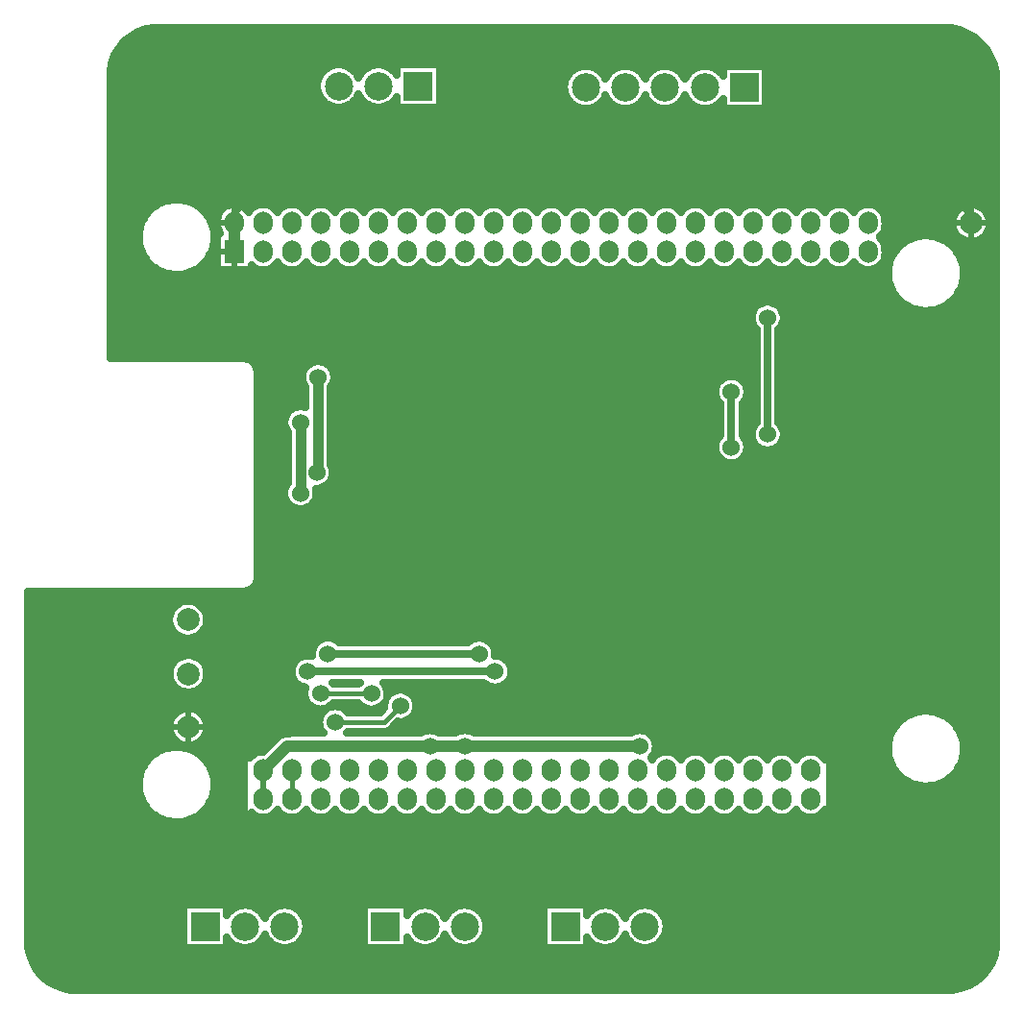
<source format=gbl>
G04 DipTrace 3.3.1.3*
G04 Communicationboardv03.gbl*
%MOMM*%
G04 #@! TF.FileFunction,Copper,L2,Bot*
G04 #@! TF.Part,Single*
G04 #@! TA.AperFunction,CopperBalancing*
%ADD13C,0.508*%
G04 #@! TA.AperFunction,Conductor*
%ADD15C,1.016*%
%ADD16C,0.4*%
G04 #@! TA.AperFunction,CopperBalancing*
%ADD18C,0.635*%
G04 #@! TA.AperFunction,Conductor*
%ADD19C,0.889*%
G04 #@! TA.AperFunction,ComponentPad*
%ADD31C,2.0*%
%ADD33C,2.5*%
%ADD34R,2.5X2.5*%
%ADD36O,1.7X2.0*%
%ADD37R,1.7X2.0*%
G04 #@! TA.AperFunction,ViaPad*
%ADD43C,1.524*%
%FSLAX35Y35*%
G04*
G71*
G90*
G75*
G01*
G04 Bottom*
%LPD*%
X762000Y127000D2*
D13*
Y-127000D1*
X4082407Y337660D2*
D15*
X2540893D1*
X2233407D1*
X972660D1*
X762000Y127000D1*
X1016000D2*
D16*
Y-127000D1*
X5842000D2*
D13*
Y127000D1*
X6096000Y-127000D2*
Y127000D1*
X5842000D2*
X6096000D1*
X5842000Y-127000D2*
X6096000D1*
X508000Y4953000D2*
D15*
Y4699000D1*
Y127000D2*
D13*
Y-127000D1*
X7001853Y4949717D2*
D16*
Y5010917D1*
X6831443Y5181327D1*
X651030D1*
X522513Y5052810D1*
Y4938487D1*
X508000Y4953000D1*
X6096000Y-127000D2*
Y-244367D1*
X5959367D1*
X5842000Y-127000D1*
X6096000Y127000D2*
X6182463D1*
Y-13043D1*
X6209957D1*
X6096000Y-127000D1*
Y127000D2*
Y211860D1*
X5976840D1*
X5891980Y127000D1*
X5842000D1*
X1268617Y804040D2*
X1716360D1*
X1971300Y693683D2*
X1827160Y549543D1*
X1397817D1*
X1234933Y2751033D2*
D19*
X1247850Y2738117D1*
Y3591900D1*
X1091983Y3193263D2*
Y2568167D1*
X1152723Y996987D2*
D18*
X2807320D1*
X5208497Y3088427D2*
Y4114743D1*
X1333500Y1153130D2*
X2666147D1*
X4888783Y2974960D2*
Y3461383D1*
D43*
X4082407Y337660D3*
X2233407D3*
X2540893D3*
X1268617Y804040D3*
X1716360D3*
X1971300Y693683D3*
X1397817Y549543D3*
X1234933Y2751033D3*
X1247850Y3591900D3*
X1091983Y3193263D3*
Y2568167D3*
X1152723Y996987D3*
X2807320D3*
X5208497Y3088427D3*
Y4114743D3*
X1333500Y1153130D3*
X2666147D3*
X4888783Y2974960D3*
Y3461383D3*
X3368163Y4243843D3*
X3174883Y1877550D3*
X1971903Y2472767D3*
X1455143Y2455243D3*
X1971100Y1495647D3*
X2303423Y1532170D3*
X3366270Y-473287D3*
X1851253Y-459060D3*
X3862393Y896823D3*
X3812733Y1888843D3*
X4437143Y4004070D3*
X4204960Y3550837D3*
X4791637Y5300840D3*
X2189160Y5262017D3*
X4474470Y3532617D3*
X4348607Y881240D3*
X258557Y-441887D3*
X-375260Y6611083D2*
D18*
X6985007D1*
X-456747Y6547917D2*
X7071050D1*
X-507513Y6484750D2*
X7128290D1*
X-542423Y6421583D2*
X7167573D1*
X-565210Y6358417D2*
X7194097D1*
X-576877Y6295250D2*
X1290307D1*
X1564780D2*
X1640307D1*
X2323203D2*
X3480817D1*
X3728947D2*
X3830817D1*
X4078947D2*
X4180817D1*
X4428947D2*
X4530817D1*
X4778947D2*
X4809267D1*
X5200493D2*
X7210320D1*
X-578607Y6232083D2*
X1246740D1*
X2323203D2*
X3429410D1*
X5200493D2*
X7217613D1*
X-578880Y6168917D2*
X1232157D1*
X2323203D2*
X3410543D1*
X5200493D2*
X7219890D1*
X-578880Y6105750D2*
X1239357D1*
X2323203D2*
X3413823D1*
X5200493D2*
X7219890D1*
X-578880Y6042583D2*
X1271530D1*
X1583463D2*
X1621530D1*
X2323203D2*
X3440620D1*
X3769050D2*
X3790723D1*
X4119050D2*
X4140723D1*
X4469050D2*
X4490723D1*
X5200493D2*
X7219890D1*
X-578880Y5979417D2*
X1359943D1*
X1495143D2*
X1709943D1*
X1845143D2*
X1931883D1*
X2323203D2*
X3510620D1*
X3699140D2*
X3860620D1*
X4049140D2*
X4210620D1*
X4399140D2*
X4560620D1*
X4749140D2*
X4809267D1*
X5200493D2*
X7219890D1*
X-578880Y5916250D2*
X7219890D1*
X-578880Y5853083D2*
X7219890D1*
X-578880Y5789917D2*
X7219890D1*
X-578880Y5726750D2*
X7219890D1*
X-578880Y5663583D2*
X7219890D1*
X-578880Y5600417D2*
X7219890D1*
X-578880Y5537250D2*
X7219890D1*
X-578880Y5474083D2*
X7219890D1*
X-578880Y5410917D2*
X7219890D1*
X-578880Y5347750D2*
X7219890D1*
X-578880Y5284583D2*
X7219890D1*
X-578880Y5221417D2*
X7219890D1*
X-578880Y5158250D2*
X7219890D1*
X-578880Y5095083D2*
X-200930D1*
X200963D2*
X423330D1*
X592707D2*
X677353D1*
X846730D2*
X931283D1*
X1100663D2*
X1185307D1*
X1354687D2*
X1439330D1*
X1608710D2*
X1693353D1*
X1862733D2*
X1947287D1*
X2116667D2*
X2201310D1*
X2370690D2*
X2455333D1*
X2624713D2*
X2709267D1*
X2878647D2*
X2963290D1*
X3132670D2*
X3217313D1*
X3386693D2*
X3471337D1*
X3640717D2*
X3725270D1*
X3894647D2*
X3979293D1*
X4148670D2*
X4233317D1*
X4402697D2*
X4487340D1*
X4656720D2*
X4741270D1*
X4910650D2*
X4995293D1*
X5164673D2*
X5249317D1*
X5418697D2*
X5503340D1*
X5672720D2*
X5757273D1*
X5926653D2*
X6011297D1*
X6180677D2*
X6918927D1*
X7084753D2*
X7219890D1*
X-578880Y5031917D2*
X-266920D1*
X266863D2*
X366727D1*
X6237280D2*
X6853210D1*
X7150470D2*
X7219890D1*
X-578880Y4968750D2*
X-306203D1*
X306147D2*
X352327D1*
X6251680D2*
X6832340D1*
X7171433D2*
X7219890D1*
X-578880Y4905583D2*
X-328717D1*
X328750D2*
X355880D1*
X6248033D2*
X6837260D1*
X7166420D2*
X7219890D1*
X-578880Y4842417D2*
X-338013D1*
X6217043D2*
X6871077D1*
X7132603D2*
X7219890D1*
X-578880Y4779250D2*
X-335097D1*
X6236640D2*
X6405320D1*
X6802657D2*
X7219890D1*
X-578880Y4716083D2*
X-319693D1*
X319727D2*
X352327D1*
X6251587D2*
X6338420D1*
X6869557D2*
X7219890D1*
X-578880Y4652917D2*
X-289797D1*
X289740D2*
X352327D1*
X6248397D2*
X6298590D1*
X6909387D2*
X7219890D1*
X-578880Y4589750D2*
X-239757D1*
X239700D2*
X352327D1*
X6218137D2*
X6275620D1*
X6932357D2*
X7219890D1*
X-578880Y4526583D2*
X-149980D1*
X150013D2*
X6266050D1*
X6941927D2*
X7219890D1*
X-578880Y4463417D2*
X6268603D1*
X6939373D2*
X7219890D1*
X-578880Y4400250D2*
X6283733D1*
X6924337D2*
X7219890D1*
X-578880Y4337083D2*
X6313263D1*
X6894803D2*
X7219890D1*
X-578880Y4273917D2*
X6362573D1*
X6845403D2*
X7219890D1*
X-578880Y4210750D2*
X5099567D1*
X5317433D2*
X6450620D1*
X6757357D2*
X7219890D1*
X-578880Y4147583D2*
X5065567D1*
X5351433D2*
X7219890D1*
X-578880Y4084417D2*
X5064930D1*
X5351980D2*
X7219890D1*
X-578880Y4021250D2*
X5097287D1*
X5319713D2*
X7219890D1*
X-578880Y3958083D2*
X5106127D1*
X5310873D2*
X7219890D1*
X-578880Y3894917D2*
X5106127D1*
X5310873D2*
X7219890D1*
X-578880Y3831750D2*
X5106127D1*
X5310873D2*
X7219890D1*
X-578880Y3768583D2*
X5106127D1*
X5310873D2*
X7219890D1*
X695793Y3705417D2*
X1158693D1*
X1337003D2*
X5106127D1*
X5310873D2*
X7219890D1*
X719493Y3642250D2*
X1110387D1*
X1385403D2*
X5106127D1*
X5310873D2*
X7219890D1*
X721133Y3579083D2*
X1101637D1*
X1394063D2*
X4805710D1*
X4971810D2*
X5106127D1*
X5310873D2*
X7219890D1*
X721133Y3515917D2*
X1123330D1*
X1372370D2*
X4752937D1*
X5024583D2*
X5106127D1*
X5310873D2*
X7219890D1*
X721133Y3452750D2*
X1132717D1*
X1362980D2*
X4742183D1*
X5035337D2*
X5106127D1*
X5310873D2*
X7219890D1*
X721133Y3389583D2*
X1132717D1*
X1362980D2*
X4761687D1*
X5015923D2*
X5106127D1*
X5310873D2*
X7219890D1*
X721133Y3326417D2*
X1040840D1*
X1362980D2*
X4786387D1*
X4991133D2*
X5106127D1*
X5310873D2*
X7219890D1*
X721133Y3263250D2*
X963823D1*
X1362980D2*
X4786387D1*
X4991133D2*
X5106127D1*
X5310873D2*
X7219890D1*
X721133Y3200083D2*
X945320D1*
X1362980D2*
X4786387D1*
X4991133D2*
X5106127D1*
X5310873D2*
X7219890D1*
X721133Y3136917D2*
X956897D1*
X1362980D2*
X4786387D1*
X4991133D2*
X5070307D1*
X5346693D2*
X7219890D1*
X721133Y3073750D2*
X976857D1*
X1362980D2*
X4782560D1*
X4995053D2*
X5062470D1*
X5354530D2*
X7219890D1*
X721133Y3010583D2*
X976857D1*
X1362980D2*
X4746557D1*
X5031053D2*
X5085163D1*
X5331837D2*
X7219890D1*
X721133Y2947417D2*
X976857D1*
X1362980D2*
X4744643D1*
X5032877D2*
X7219890D1*
X721133Y2884250D2*
X976857D1*
X1362980D2*
X4775177D1*
X5002433D2*
X7219890D1*
X721133Y2821083D2*
X976857D1*
X1363073D2*
X7219890D1*
X721133Y2757917D2*
X976857D1*
X1381577D2*
X7219890D1*
X721133Y2694750D2*
X976857D1*
X1370000D2*
X7219890D1*
X721133Y2631583D2*
X960270D1*
X1315220D2*
X7219890D1*
X721133Y2568417D2*
X945137D1*
X1238840D2*
X7219890D1*
X721133Y2505250D2*
X959997D1*
X1223983D2*
X7219890D1*
X721133Y2442083D2*
X1023707D1*
X1160273D2*
X7219890D1*
X721133Y2378917D2*
X7219890D1*
X721133Y2315750D2*
X7219890D1*
X721133Y2252583D2*
X7219890D1*
X721133Y2189417D2*
X7219890D1*
X721133Y2126250D2*
X7219890D1*
X721133Y2063083D2*
X7219890D1*
X721133Y1999917D2*
X7219890D1*
X721133Y1936750D2*
X7219890D1*
X721133Y1873583D2*
X7219890D1*
X717670Y1810417D2*
X7219890D1*
X689503Y1747250D2*
X7219890D1*
X-1303853Y1684083D2*
X7219890D1*
X-1303853Y1620917D2*
X7219890D1*
X-1303853Y1557750D2*
X-32947D1*
X232773D2*
X7219890D1*
X-1303853Y1494583D2*
X-65303D1*
X265220D2*
X7219890D1*
X-1303853Y1431417D2*
X-69313D1*
X269140D2*
X7219890D1*
X-1303853Y1368250D2*
X-47257D1*
X247083D2*
X7219890D1*
X-1303853Y1305083D2*
X21923D1*
X177993D2*
X7219890D1*
X-1303853Y1241917D2*
X1218303D1*
X2781393D2*
X7219890D1*
X-1303853Y1178750D2*
X1189043D1*
X2810650D2*
X7219890D1*
X-1303853Y1115583D2*
X9437D1*
X196680D2*
X1071103D1*
X2888947D2*
X7219890D1*
X-1303853Y1052417D2*
X-48897D1*
X255013D2*
X1017327D1*
X2942720D2*
X7219890D1*
X-1303853Y989250D2*
X-67037D1*
X273243D2*
X1006113D1*
X2953933D2*
X7219890D1*
X-1303853Y926083D2*
X-59653D1*
X265860D2*
X1025073D1*
X2934973D2*
X7219890D1*
X-1303853Y862917D2*
X-22100D1*
X228217D2*
X1104370D1*
X1850247D2*
X2758940D1*
X2855677D2*
X7219890D1*
X-1303853Y799750D2*
X1121870D1*
X2069817D2*
X7219890D1*
X-1303853Y736583D2*
X1139007D1*
X2111470D2*
X7219890D1*
X-1303853Y673417D2*
X1210553D1*
X1470443D2*
X1658263D1*
X1774413D2*
X1825517D1*
X2116667D2*
X7219890D1*
X-1303853Y610250D2*
X-34680D1*
X235417D2*
X1264787D1*
X2090690D2*
X6440867D1*
X6767110D2*
X7219890D1*
X-1303853Y547083D2*
X-65577D1*
X266313D2*
X1251023D1*
X1950233D2*
X6357743D1*
X6850327D2*
X7219890D1*
X-1303853Y483917D2*
X-68493D1*
X269230D2*
X1267247D1*
X1886433D2*
X6310257D1*
X6897720D2*
X7219890D1*
X-1303853Y420750D2*
X-45070D1*
X245897D2*
X886713D1*
X4202083D2*
X6282000D1*
X6925977D2*
X7219890D1*
X-1303853Y357583D2*
X28303D1*
X172527D2*
X823460D1*
X4227787D2*
X6267963D1*
X6940013D2*
X7219890D1*
X-1303853Y294417D2*
X-160003D1*
X159947D2*
X760293D1*
X4222410D2*
X6266413D1*
X6941653D2*
X7219890D1*
X-1303853Y231250D2*
X-244680D1*
X244713D2*
X363900D1*
X6222057D2*
X6276987D1*
X6931080D2*
X7219890D1*
X-1303853Y168083D2*
X-292713D1*
X292747D2*
X343483D1*
X6249310D2*
X6301050D1*
X6906927D2*
X7219890D1*
X-1303853Y104917D2*
X-321423D1*
X321457D2*
X343483D1*
X6251497D2*
X6342520D1*
X6865457D2*
X7219890D1*
X-1303853Y41750D2*
X-335827D1*
X6234087D2*
X6412613D1*
X6795363D2*
X7219890D1*
X-1303853Y-21417D2*
X-337740D1*
X6228073D2*
X7219890D1*
X-1303853Y-84583D2*
X-327440D1*
X6249127D2*
X7219890D1*
X-1303853Y-147750D2*
X-303743D1*
X303777D2*
X343483D1*
X6251497D2*
X7219890D1*
X-1303853Y-210917D2*
X-262817D1*
X262850D2*
X343483D1*
X6234817D2*
X7219890D1*
X-1303853Y-274083D2*
X-193820D1*
X193853D2*
X352327D1*
X663620D2*
X686013D1*
X837890D2*
X940033D1*
X1091913D2*
X1194057D1*
X1345937D2*
X1448080D1*
X1599960D2*
X1702103D1*
X1853893D2*
X1956037D1*
X2107917D2*
X2210060D1*
X2361940D2*
X2464083D1*
X2615963D2*
X2718107D1*
X2869897D2*
X2972040D1*
X3123920D2*
X3226063D1*
X3377943D2*
X3480087D1*
X3631967D2*
X3734110D1*
X3885897D2*
X3988043D1*
X4139920D2*
X4242067D1*
X4393947D2*
X4496090D1*
X4647970D2*
X4750113D1*
X4901900D2*
X5004043D1*
X5155923D2*
X5258067D1*
X5409947D2*
X5512090D1*
X5663970D2*
X5766023D1*
X5917903D2*
X6020047D1*
X6171927D2*
X7219890D1*
X-1303853Y-337250D2*
X7219890D1*
X-1303853Y-400417D2*
X7219890D1*
X-1303853Y-463583D2*
X7219890D1*
X-1303853Y-526750D2*
X7219890D1*
X-1303853Y-589917D2*
X7219890D1*
X-1303853Y-653083D2*
X7219890D1*
X-1303853Y-716250D2*
X7219890D1*
X-1303853Y-779417D2*
X7219890D1*
X-1303853Y-842583D2*
X7219890D1*
X-1303853Y-905750D2*
X7219890D1*
X-1303853Y-968917D2*
X7219890D1*
X-1303853Y-1032083D2*
X7219890D1*
X-1303853Y-1095250D2*
X56830D1*
X448150D2*
X487950D1*
X717030D2*
X837950D1*
X1067030D2*
X1644317D1*
X2035637D2*
X2075437D1*
X2304610D2*
X2425437D1*
X2654610D2*
X3231897D1*
X3623123D2*
X3662923D1*
X3892097D2*
X4012923D1*
X4242097D2*
X7219890D1*
X-1303853Y-1158417D2*
X56830D1*
X1124180D2*
X1644317D1*
X2711667D2*
X3231897D1*
X4299243D2*
X7219890D1*
X-1303853Y-1221583D2*
X56830D1*
X1145873D2*
X1644317D1*
X2733450D2*
X3231897D1*
X4320937D2*
X7219890D1*
X-1303853Y-1284750D2*
X56830D1*
X1145053D2*
X1644317D1*
X2732540D2*
X3231897D1*
X4320027D2*
X7219890D1*
X-1303853Y-1347917D2*
X56830D1*
X1121170D2*
X1644317D1*
X2708660D2*
X3231897D1*
X4296147D2*
X7219890D1*
X-1303673Y-1411083D2*
X56830D1*
X448150D2*
X495880D1*
X709193D2*
X845880D1*
X1059193D2*
X1644317D1*
X2035637D2*
X2083367D1*
X2296680D2*
X2433367D1*
X2646680D2*
X3231897D1*
X3623123D2*
X3670853D1*
X3884167D2*
X4020853D1*
X4234167D2*
X7219163D1*
X-1295470Y-1474250D2*
X7210320D1*
X-1277330Y-1537417D2*
X7191637D1*
X-1247710Y-1600583D2*
X7161377D1*
X-1203320Y-1663750D2*
X7116440D1*
X-1137240Y-1726917D2*
X7049813D1*
X-1017110Y-1790083D2*
X6928590D1*
X264610Y503473D2*
X263023Y484887D1*
X259337Y466597D1*
X253603Y448843D1*
X245890Y431853D1*
X236303Y415850D1*
X224963Y401033D1*
X212017Y387600D1*
X197633Y375723D1*
X181993Y365550D1*
X165300Y357217D1*
X147770Y350830D1*
X129630Y346473D1*
X111113Y344200D1*
X92457Y344040D1*
X73903Y346000D1*
X55690Y350047D1*
X38053Y356133D1*
X21223Y364180D1*
X5410Y374083D1*
X-9173Y385717D1*
X-22350Y398927D1*
X-33940Y413547D1*
X-43797Y429387D1*
X-51797Y446240D1*
X-57833Y463893D1*
X-61830Y482117D1*
X-63733Y500677D1*
X-63520Y519333D1*
X-61197Y537843D1*
X-56787Y555970D1*
X-50350Y573483D1*
X-41970Y590150D1*
X-31753Y605763D1*
X-19833Y620113D1*
X-6363Y633023D1*
X8483Y644320D1*
X24517Y653863D1*
X41527Y661523D1*
X59297Y667210D1*
X77597Y670840D1*
X96190Y672377D1*
X114837Y671793D1*
X133297Y669100D1*
X151333Y664330D1*
X168713Y657547D1*
X185213Y648837D1*
X200617Y638313D1*
X214730Y626110D1*
X227367Y612387D1*
X238367Y597317D1*
X247587Y581097D1*
X254910Y563940D1*
X260240Y546060D1*
X263510Y527690D1*
X264677Y508140D1*
X264610Y503473D1*
X266850Y963480D2*
X262817Y938017D1*
X254850Y913500D1*
X243147Y890530D1*
X227993Y869673D1*
X209763Y851443D1*
X188907Y836290D1*
X165937Y824587D1*
X141420Y816620D1*
X115957Y812587D1*
X90177D1*
X64713Y816620D1*
X40197Y824587D1*
X17227Y836290D1*
X-3630Y851443D1*
X-21860Y869673D1*
X-37013Y890530D1*
X-48717Y913500D1*
X-56683Y938017D1*
X-60717Y963480D1*
Y989260D1*
X-56683Y1014723D1*
X-48717Y1039240D1*
X-37013Y1062210D1*
X-21860Y1083067D1*
X-3630Y1101297D1*
X17227Y1116450D1*
X40197Y1128153D1*
X64713Y1136120D1*
X90177Y1140153D1*
X115957D1*
X141420Y1136120D1*
X165937Y1128153D1*
X188907Y1116450D1*
X209763Y1101297D1*
X227993Y1083067D1*
X243147Y1062210D1*
X254850Y1039240D1*
X262817Y1014723D1*
X266850Y989260D1*
Y963480D1*
X3779853Y6074873D2*
X3773533Y6061103D1*
X3766270Y6048137D1*
X3758013Y6035777D1*
X3748810Y6024107D1*
X3738720Y6013193D1*
X3727807Y6003103D1*
X3716137Y5993900D1*
X3703777Y5985643D1*
X3690810Y5978380D1*
X3677310Y5972160D1*
X3663367Y5967013D1*
X3649063Y5962980D1*
X3634483Y5960080D1*
X3619723Y5958333D1*
X3604873Y5957750D1*
X3590023Y5958333D1*
X3575263Y5960080D1*
X3560683Y5962980D1*
X3546380Y5967013D1*
X3532437Y5972160D1*
X3518937Y5978380D1*
X3505970Y5985643D1*
X3493610Y5993900D1*
X3481940Y6003103D1*
X3471027Y6013193D1*
X3460937Y6024107D1*
X3451733Y6035777D1*
X3443477Y6048137D1*
X3436213Y6061103D1*
X3429993Y6074603D1*
X3424847Y6088547D1*
X3420813Y6102850D1*
X3417913Y6117430D1*
X3416167Y6132190D1*
X3415583Y6147040D1*
X3416167Y6161890D1*
X3417913Y6176650D1*
X3420813Y6191230D1*
X3424847Y6205533D1*
X3429993Y6219477D1*
X3436213Y6232977D1*
X3443477Y6245943D1*
X3451733Y6258303D1*
X3460937Y6269973D1*
X3471027Y6280887D1*
X3481940Y6290977D1*
X3493610Y6300180D1*
X3505970Y6308437D1*
X3518937Y6315700D1*
X3532437Y6321920D1*
X3546380Y6327067D1*
X3560683Y6331100D1*
X3575263Y6334000D1*
X3590023Y6335747D1*
X3604873Y6336330D1*
X3619723Y6335747D1*
X3634483Y6334000D1*
X3649063Y6331100D1*
X3663367Y6327067D1*
X3677310Y6321920D1*
X3690810Y6315700D1*
X3703777Y6308437D1*
X3716137Y6300180D1*
X3727807Y6290977D1*
X3738720Y6280887D1*
X3748810Y6269973D1*
X3758013Y6258303D1*
X3766270Y6245943D1*
X3773533Y6232977D1*
X3779993Y6219477D1*
X3786213Y6232977D1*
X3793477Y6245943D1*
X3801733Y6258303D1*
X3810937Y6269973D1*
X3821027Y6280887D1*
X3831940Y6290977D1*
X3843610Y6300180D1*
X3855970Y6308437D1*
X3868937Y6315700D1*
X3882437Y6321920D1*
X3896380Y6327067D1*
X3910683Y6331100D1*
X3925263Y6334000D1*
X3940023Y6335747D1*
X3954873Y6336330D1*
X3969723Y6335747D1*
X3984483Y6334000D1*
X3999063Y6331100D1*
X4013367Y6327067D1*
X4027310Y6321920D1*
X4040810Y6315700D1*
X4053777Y6308437D1*
X4066137Y6300180D1*
X4077807Y6290977D1*
X4088720Y6280887D1*
X4098810Y6269973D1*
X4108013Y6258303D1*
X4116270Y6245943D1*
X4123533Y6232977D1*
X4129993Y6219477D1*
X4136213Y6232977D1*
X4143477Y6245943D1*
X4151733Y6258303D1*
X4160937Y6269973D1*
X4171027Y6280887D1*
X4181940Y6290977D1*
X4193610Y6300180D1*
X4205970Y6308437D1*
X4218937Y6315700D1*
X4232437Y6321920D1*
X4246380Y6327067D1*
X4260683Y6331100D1*
X4275263Y6334000D1*
X4290023Y6335747D1*
X4304873Y6336330D1*
X4319723Y6335747D1*
X4334483Y6334000D1*
X4349063Y6331100D1*
X4363367Y6327067D1*
X4377310Y6321920D1*
X4390810Y6315700D1*
X4403777Y6308437D1*
X4416137Y6300180D1*
X4427807Y6290977D1*
X4438720Y6280887D1*
X4448810Y6269973D1*
X4458013Y6258303D1*
X4466270Y6245943D1*
X4473533Y6232977D1*
X4479993Y6219477D1*
X4486213Y6232977D1*
X4493477Y6245943D1*
X4501733Y6258303D1*
X4510937Y6269973D1*
X4521027Y6280887D1*
X4531940Y6290977D1*
X4543610Y6300180D1*
X4555970Y6308437D1*
X4568937Y6315700D1*
X4582437Y6321920D1*
X4596380Y6327067D1*
X4610683Y6331100D1*
X4625263Y6334000D1*
X4640023Y6335747D1*
X4654873Y6336330D1*
X4669723Y6335747D1*
X4684483Y6334000D1*
X4699063Y6331100D1*
X4713367Y6327067D1*
X4727310Y6321920D1*
X4740810Y6315700D1*
X4753777Y6308437D1*
X4766137Y6300180D1*
X4777807Y6290977D1*
X4788720Y6280887D1*
X4798810Y6269973D1*
X4815593Y6246957D1*
X4815583Y6336330D1*
X5194163D1*
Y5957750D1*
X4815583D1*
Y6046983D1*
X4798810Y6024107D1*
X4788720Y6013193D1*
X4777807Y6003103D1*
X4766137Y5993900D1*
X4753777Y5985643D1*
X4740810Y5978380D1*
X4727310Y5972160D1*
X4713367Y5967013D1*
X4699063Y5962980D1*
X4684483Y5960080D1*
X4669723Y5958333D1*
X4654873Y5957750D1*
X4640023Y5958333D1*
X4625263Y5960080D1*
X4610683Y5962980D1*
X4596380Y5967013D1*
X4582437Y5972160D1*
X4568937Y5978380D1*
X4555970Y5985643D1*
X4543610Y5993900D1*
X4531940Y6003103D1*
X4521027Y6013193D1*
X4510937Y6024107D1*
X4501733Y6035777D1*
X4493477Y6048137D1*
X4486213Y6061103D1*
X4479753Y6074603D1*
X4473533Y6061103D1*
X4466270Y6048137D1*
X4458013Y6035777D1*
X4448810Y6024107D1*
X4438720Y6013193D1*
X4427807Y6003103D1*
X4416137Y5993900D1*
X4403777Y5985643D1*
X4390810Y5978380D1*
X4377310Y5972160D1*
X4363367Y5967013D1*
X4349063Y5962980D1*
X4334483Y5960080D1*
X4319723Y5958333D1*
X4304873Y5957750D1*
X4290023Y5958333D1*
X4275263Y5960080D1*
X4260683Y5962980D1*
X4246380Y5967013D1*
X4232437Y5972160D1*
X4218937Y5978380D1*
X4205970Y5985643D1*
X4193610Y5993900D1*
X4181940Y6003103D1*
X4171027Y6013193D1*
X4160937Y6024107D1*
X4151733Y6035777D1*
X4143477Y6048137D1*
X4136213Y6061103D1*
X4129753Y6074603D1*
X4123533Y6061103D1*
X4116270Y6048137D1*
X4108013Y6035777D1*
X4098810Y6024107D1*
X4088720Y6013193D1*
X4077807Y6003103D1*
X4066137Y5993900D1*
X4053777Y5985643D1*
X4040810Y5978380D1*
X4027310Y5972160D1*
X4013367Y5967013D1*
X3999063Y5962980D1*
X3984483Y5960080D1*
X3969723Y5958333D1*
X3954873Y5957750D1*
X3940023Y5958333D1*
X3925263Y5960080D1*
X3910683Y5962980D1*
X3896380Y5967013D1*
X3882437Y5972160D1*
X3868937Y5978380D1*
X3855970Y5985643D1*
X3843610Y5993900D1*
X3831940Y6003103D1*
X3821027Y6013193D1*
X3810937Y6024107D1*
X3801733Y6035777D1*
X3793477Y6048137D1*
X3786213Y6061103D1*
X3779893Y6074873D1*
X4316207Y-1265400D2*
X4314460Y-1280160D1*
X4311560Y-1294740D1*
X4307527Y-1309043D1*
X4302380Y-1322987D1*
X4296160Y-1336487D1*
X4288897Y-1349453D1*
X4280640Y-1361813D1*
X4271437Y-1373483D1*
X4261347Y-1384397D1*
X4250433Y-1394487D1*
X4238763Y-1403690D1*
X4226403Y-1411947D1*
X4213437Y-1419210D1*
X4199937Y-1425430D1*
X4185993Y-1430577D1*
X4171690Y-1434610D1*
X4157110Y-1437510D1*
X4142350Y-1439257D1*
X4127500Y-1439840D1*
X4112650Y-1439257D1*
X4097890Y-1437510D1*
X4083310Y-1434610D1*
X4069007Y-1430577D1*
X4055063Y-1425430D1*
X4041563Y-1419210D1*
X4028597Y-1411947D1*
X4016237Y-1403690D1*
X4004567Y-1394487D1*
X3993653Y-1384397D1*
X3983563Y-1373483D1*
X3974360Y-1361813D1*
X3966103Y-1349453D1*
X3958840Y-1336487D1*
X3952380Y-1322987D1*
X3946160Y-1336487D1*
X3938897Y-1349453D1*
X3930640Y-1361813D1*
X3921437Y-1373483D1*
X3911347Y-1384397D1*
X3900433Y-1394487D1*
X3888763Y-1403690D1*
X3876403Y-1411947D1*
X3863437Y-1419210D1*
X3849937Y-1425430D1*
X3835993Y-1430577D1*
X3821690Y-1434610D1*
X3807110Y-1437510D1*
X3792350Y-1439257D1*
X3777500Y-1439840D1*
X3762650Y-1439257D1*
X3747890Y-1437510D1*
X3733310Y-1434610D1*
X3719007Y-1430577D1*
X3705063Y-1425430D1*
X3691563Y-1419210D1*
X3678597Y-1411947D1*
X3666237Y-1403690D1*
X3654567Y-1394487D1*
X3643653Y-1384397D1*
X3633563Y-1373483D1*
X3616780Y-1350467D1*
X3616790Y-1439840D1*
X3238210D1*
Y-1061260D1*
X3616790D1*
Y-1150493D1*
X3633563Y-1127617D1*
X3643653Y-1116703D1*
X3654567Y-1106613D1*
X3666237Y-1097410D1*
X3678597Y-1089153D1*
X3691563Y-1081890D1*
X3705063Y-1075670D1*
X3719007Y-1070523D1*
X3733310Y-1066490D1*
X3747890Y-1063590D1*
X3762650Y-1061843D1*
X3777500Y-1061260D1*
X3792350Y-1061843D1*
X3807110Y-1063590D1*
X3821690Y-1066490D1*
X3835993Y-1070523D1*
X3849937Y-1075670D1*
X3863437Y-1081890D1*
X3876403Y-1089153D1*
X3888763Y-1097410D1*
X3900433Y-1106613D1*
X3911347Y-1116703D1*
X3921437Y-1127617D1*
X3930640Y-1139287D1*
X3938897Y-1151647D1*
X3946160Y-1164613D1*
X3952620Y-1178113D1*
X3958840Y-1164613D1*
X3966103Y-1151647D1*
X3974360Y-1139287D1*
X3983563Y-1127617D1*
X3993653Y-1116703D1*
X4004567Y-1106613D1*
X4016237Y-1097410D1*
X4028597Y-1089153D1*
X4041563Y-1081890D1*
X4055063Y-1075670D1*
X4069007Y-1070523D1*
X4083310Y-1066490D1*
X4097890Y-1063590D1*
X4112650Y-1061843D1*
X4127500Y-1061260D1*
X4142350Y-1061843D1*
X4157110Y-1063590D1*
X4171690Y-1066490D1*
X4185993Y-1070523D1*
X4199937Y-1075670D1*
X4213437Y-1081890D1*
X4226403Y-1089153D1*
X4238763Y-1097410D1*
X4250433Y-1106613D1*
X4261347Y-1116703D1*
X4271437Y-1127617D1*
X4280640Y-1139287D1*
X4288897Y-1151647D1*
X4296160Y-1164613D1*
X4302380Y-1178113D1*
X4307527Y-1192057D1*
X4311560Y-1206360D1*
X4314460Y-1220940D1*
X4316207Y-1235700D1*
X4316790Y-1250550D1*
X4316207Y-1265400D1*
X2728707D2*
X2726960Y-1280160D1*
X2724060Y-1294740D1*
X2720027Y-1309043D1*
X2714880Y-1322987D1*
X2708660Y-1336487D1*
X2701397Y-1349453D1*
X2693140Y-1361813D1*
X2683937Y-1373483D1*
X2673847Y-1384397D1*
X2662933Y-1394487D1*
X2651263Y-1403690D1*
X2638903Y-1411947D1*
X2625937Y-1419210D1*
X2612437Y-1425430D1*
X2598493Y-1430577D1*
X2584190Y-1434610D1*
X2569610Y-1437510D1*
X2554850Y-1439257D1*
X2540000Y-1439840D1*
X2525150Y-1439257D1*
X2510390Y-1437510D1*
X2495810Y-1434610D1*
X2481507Y-1430577D1*
X2467563Y-1425430D1*
X2454063Y-1419210D1*
X2441097Y-1411947D1*
X2428737Y-1403690D1*
X2417067Y-1394487D1*
X2406153Y-1384397D1*
X2396063Y-1373483D1*
X2386860Y-1361813D1*
X2378603Y-1349453D1*
X2371340Y-1336487D1*
X2364880Y-1322987D1*
X2358660Y-1336487D1*
X2351397Y-1349453D1*
X2343140Y-1361813D1*
X2333937Y-1373483D1*
X2323847Y-1384397D1*
X2312933Y-1394487D1*
X2301263Y-1403690D1*
X2288903Y-1411947D1*
X2275937Y-1419210D1*
X2262437Y-1425430D1*
X2248493Y-1430577D1*
X2234190Y-1434610D1*
X2219610Y-1437510D1*
X2204850Y-1439257D1*
X2190000Y-1439840D1*
X2175150Y-1439257D1*
X2160390Y-1437510D1*
X2145810Y-1434610D1*
X2131507Y-1430577D1*
X2117563Y-1425430D1*
X2104063Y-1419210D1*
X2091097Y-1411947D1*
X2078737Y-1403690D1*
X2067067Y-1394487D1*
X2056153Y-1384397D1*
X2046063Y-1373483D1*
X2029280Y-1350467D1*
X2029290Y-1439840D1*
X1650710D1*
Y-1061260D1*
X2029290D1*
Y-1150493D1*
X2046063Y-1127617D1*
X2056153Y-1116703D1*
X2067067Y-1106613D1*
X2078737Y-1097410D1*
X2091097Y-1089153D1*
X2104063Y-1081890D1*
X2117563Y-1075670D1*
X2131507Y-1070523D1*
X2145810Y-1066490D1*
X2160390Y-1063590D1*
X2175150Y-1061843D1*
X2190000Y-1061260D1*
X2204850Y-1061843D1*
X2219610Y-1063590D1*
X2234190Y-1066490D1*
X2248493Y-1070523D1*
X2262437Y-1075670D1*
X2275937Y-1081890D1*
X2288903Y-1089153D1*
X2301263Y-1097410D1*
X2312933Y-1106613D1*
X2323847Y-1116703D1*
X2333937Y-1127617D1*
X2343140Y-1139287D1*
X2351397Y-1151647D1*
X2358660Y-1164613D1*
X2365120Y-1178113D1*
X2371340Y-1164613D1*
X2378603Y-1151647D1*
X2386860Y-1139287D1*
X2396063Y-1127617D1*
X2406153Y-1116703D1*
X2417067Y-1106613D1*
X2428737Y-1097410D1*
X2441097Y-1089153D1*
X2454063Y-1081890D1*
X2467563Y-1075670D1*
X2481507Y-1070523D1*
X2495810Y-1066490D1*
X2510390Y-1063590D1*
X2525150Y-1061843D1*
X2540000Y-1061260D1*
X2554850Y-1061843D1*
X2569610Y-1063590D1*
X2584190Y-1066490D1*
X2598493Y-1070523D1*
X2612437Y-1075670D1*
X2625937Y-1081890D1*
X2638903Y-1089153D1*
X2651263Y-1097410D1*
X2662933Y-1106613D1*
X2673847Y-1116703D1*
X2683937Y-1127617D1*
X2693140Y-1139287D1*
X2701397Y-1151647D1*
X2708660Y-1164613D1*
X2714880Y-1178113D1*
X2720027Y-1192057D1*
X2724060Y-1206360D1*
X2726960Y-1220940D1*
X2728707Y-1235700D1*
X2729290Y-1250550D1*
X2728707Y-1265400D1*
X1141207D2*
X1139460Y-1280160D1*
X1136560Y-1294740D1*
X1132527Y-1309043D1*
X1127380Y-1322987D1*
X1121160Y-1336487D1*
X1113897Y-1349453D1*
X1105640Y-1361813D1*
X1096437Y-1373483D1*
X1086347Y-1384397D1*
X1075433Y-1394487D1*
X1063763Y-1403690D1*
X1051403Y-1411947D1*
X1038437Y-1419210D1*
X1024937Y-1425430D1*
X1010993Y-1430577D1*
X996690Y-1434610D1*
X982110Y-1437510D1*
X967350Y-1439257D1*
X952500Y-1439840D1*
X937650Y-1439257D1*
X922890Y-1437510D1*
X908310Y-1434610D1*
X894007Y-1430577D1*
X880063Y-1425430D1*
X866563Y-1419210D1*
X853597Y-1411947D1*
X841237Y-1403690D1*
X829567Y-1394487D1*
X818653Y-1384397D1*
X808563Y-1373483D1*
X799360Y-1361813D1*
X791103Y-1349453D1*
X783840Y-1336487D1*
X777380Y-1322987D1*
X771160Y-1336487D1*
X763897Y-1349453D1*
X755640Y-1361813D1*
X746437Y-1373483D1*
X736347Y-1384397D1*
X725433Y-1394487D1*
X713763Y-1403690D1*
X701403Y-1411947D1*
X688437Y-1419210D1*
X674937Y-1425430D1*
X660993Y-1430577D1*
X646690Y-1434610D1*
X632110Y-1437510D1*
X617350Y-1439257D1*
X602500Y-1439840D1*
X587650Y-1439257D1*
X572890Y-1437510D1*
X558310Y-1434610D1*
X544007Y-1430577D1*
X530063Y-1425430D1*
X516563Y-1419210D1*
X503597Y-1411947D1*
X491237Y-1403690D1*
X479567Y-1394487D1*
X468653Y-1384397D1*
X458563Y-1373483D1*
X441780Y-1350467D1*
X441790Y-1439840D1*
X63210D1*
Y-1061260D1*
X441790D1*
Y-1150493D1*
X458563Y-1127617D1*
X468653Y-1116703D1*
X479567Y-1106613D1*
X491237Y-1097410D1*
X503597Y-1089153D1*
X516563Y-1081890D1*
X530063Y-1075670D1*
X544007Y-1070523D1*
X558310Y-1066490D1*
X572890Y-1063590D1*
X587650Y-1061843D1*
X602500Y-1061260D1*
X617350Y-1061843D1*
X632110Y-1063590D1*
X646690Y-1066490D1*
X660993Y-1070523D1*
X674937Y-1075670D1*
X688437Y-1081890D1*
X701403Y-1089153D1*
X713763Y-1097410D1*
X725433Y-1106613D1*
X736347Y-1116703D1*
X746437Y-1127617D1*
X755640Y-1139287D1*
X763897Y-1151647D1*
X771160Y-1164613D1*
X777620Y-1178113D1*
X783840Y-1164613D1*
X791103Y-1151647D1*
X799360Y-1139287D1*
X808563Y-1127617D1*
X818653Y-1116703D1*
X829567Y-1106613D1*
X841237Y-1097410D1*
X853597Y-1089153D1*
X866563Y-1081890D1*
X880063Y-1075670D1*
X894007Y-1070523D1*
X908310Y-1066490D1*
X922890Y-1063590D1*
X937650Y-1061843D1*
X952500Y-1061260D1*
X967350Y-1061843D1*
X982110Y-1063590D1*
X996690Y-1066490D1*
X1010993Y-1070523D1*
X1024937Y-1075670D1*
X1038437Y-1081890D1*
X1051403Y-1089153D1*
X1063763Y-1097410D1*
X1075433Y-1106613D1*
X1086347Y-1116703D1*
X1096437Y-1127617D1*
X1105640Y-1139287D1*
X1113897Y-1151647D1*
X1121160Y-1164613D1*
X1127380Y-1178113D1*
X1132527Y-1192057D1*
X1136560Y-1206360D1*
X1139460Y-1220940D1*
X1141207Y-1235700D1*
X1141790Y-1250550D1*
X1141207Y-1265400D1*
X263700Y1440017D2*
X259667Y1414553D1*
X251700Y1390037D1*
X239997Y1367067D1*
X224843Y1346210D1*
X206613Y1327980D1*
X185757Y1312827D1*
X162787Y1301123D1*
X138270Y1293157D1*
X112807Y1289123D1*
X87027D1*
X61563Y1293157D1*
X37047Y1301123D1*
X14077Y1312827D1*
X-6780Y1327980D1*
X-25010Y1346210D1*
X-40163Y1367067D1*
X-51867Y1390037D1*
X-59833Y1414553D1*
X-63867Y1440017D1*
Y1465797D1*
X-59833Y1491260D1*
X-51867Y1515777D1*
X-40163Y1538747D1*
X-25010Y1559603D1*
X-6780Y1577833D1*
X14077Y1592987D1*
X37047Y1604690D1*
X61563Y1612657D1*
X87027Y1616690D1*
X112807D1*
X138270Y1612657D1*
X162787Y1604690D1*
X185757Y1592987D1*
X206613Y1577833D1*
X224843Y1559603D1*
X239997Y1538747D1*
X251700Y1515777D1*
X259667Y1491260D1*
X263700Y1465797D1*
Y1440017D1*
X358727Y4968010D2*
X359603Y4984293D1*
X362793Y5002673D1*
X368250Y5020510D1*
X375890Y5037530D1*
X385590Y5053463D1*
X397207Y5068060D1*
X410550Y5081097D1*
X425413Y5092367D1*
X441570Y5101697D1*
X458760Y5108937D1*
X476720Y5113977D1*
X495170Y5116737D1*
X513820Y5117177D1*
X532377Y5115287D1*
X550557Y5111097D1*
X568070Y5104673D1*
X584643Y5096113D1*
X600023Y5085557D1*
X613967Y5073160D1*
X626253Y5059127D1*
X634997Y5046453D1*
X648480Y5064957D1*
X665043Y5081520D1*
X683997Y5095290D1*
X704870Y5105927D1*
X727150Y5113167D1*
X750287Y5116830D1*
X773713D1*
X796850Y5113167D1*
X819130Y5105927D1*
X840003Y5095290D1*
X858957Y5081520D1*
X875520Y5064957D1*
X889010Y5046423D1*
X902480Y5064957D1*
X919043Y5081520D1*
X937997Y5095290D1*
X958870Y5105927D1*
X981150Y5113167D1*
X1004287Y5116830D1*
X1027713D1*
X1050850Y5113167D1*
X1073130Y5105927D1*
X1094003Y5095290D1*
X1112957Y5081520D1*
X1129520Y5064957D1*
X1143010Y5046423D1*
X1156480Y5064957D1*
X1173043Y5081520D1*
X1191997Y5095290D1*
X1212870Y5105927D1*
X1235150Y5113167D1*
X1258287Y5116830D1*
X1281713D1*
X1304850Y5113167D1*
X1327130Y5105927D1*
X1348003Y5095290D1*
X1366957Y5081520D1*
X1383520Y5064957D1*
X1397010Y5046423D1*
X1410480Y5064957D1*
X1427043Y5081520D1*
X1445997Y5095290D1*
X1466870Y5105927D1*
X1489150Y5113167D1*
X1512287Y5116830D1*
X1535713D1*
X1558850Y5113167D1*
X1581130Y5105927D1*
X1602003Y5095290D1*
X1620957Y5081520D1*
X1637520Y5064957D1*
X1651010Y5046423D1*
X1664480Y5064957D1*
X1681043Y5081520D1*
X1699997Y5095290D1*
X1720870Y5105927D1*
X1743150Y5113167D1*
X1766287Y5116830D1*
X1789713D1*
X1812850Y5113167D1*
X1835130Y5105927D1*
X1856003Y5095290D1*
X1874957Y5081520D1*
X1891520Y5064957D1*
X1905010Y5046423D1*
X1918480Y5064957D1*
X1935043Y5081520D1*
X1953997Y5095290D1*
X1974870Y5105927D1*
X1997150Y5113167D1*
X2020287Y5116830D1*
X2043713D1*
X2066850Y5113167D1*
X2089130Y5105927D1*
X2110003Y5095290D1*
X2128957Y5081520D1*
X2145520Y5064957D1*
X2159010Y5046423D1*
X2172480Y5064957D1*
X2189043Y5081520D1*
X2207997Y5095290D1*
X2228870Y5105927D1*
X2251150Y5113167D1*
X2274287Y5116830D1*
X2297713D1*
X2320850Y5113167D1*
X2343130Y5105927D1*
X2364003Y5095290D1*
X2382957Y5081520D1*
X2399520Y5064957D1*
X2413010Y5046423D1*
X2426480Y5064957D1*
X2443043Y5081520D1*
X2461997Y5095290D1*
X2482870Y5105927D1*
X2505150Y5113167D1*
X2528287Y5116830D1*
X2551713D1*
X2574850Y5113167D1*
X2597130Y5105927D1*
X2618003Y5095290D1*
X2636957Y5081520D1*
X2653520Y5064957D1*
X2667010Y5046423D1*
X2680480Y5064957D1*
X2697043Y5081520D1*
X2715997Y5095290D1*
X2736870Y5105927D1*
X2759150Y5113167D1*
X2782287Y5116830D1*
X2805713D1*
X2828850Y5113167D1*
X2851130Y5105927D1*
X2872003Y5095290D1*
X2890957Y5081520D1*
X2907520Y5064957D1*
X2921010Y5046423D1*
X2934480Y5064957D1*
X2951043Y5081520D1*
X2969997Y5095290D1*
X2990870Y5105927D1*
X3013150Y5113167D1*
X3036287Y5116830D1*
X3059713D1*
X3082850Y5113167D1*
X3105130Y5105927D1*
X3126003Y5095290D1*
X3144957Y5081520D1*
X3161520Y5064957D1*
X3175010Y5046423D1*
X3188480Y5064957D1*
X3205043Y5081520D1*
X3223997Y5095290D1*
X3244870Y5105927D1*
X3267150Y5113167D1*
X3290287Y5116830D1*
X3313713D1*
X3336850Y5113167D1*
X3359130Y5105927D1*
X3380003Y5095290D1*
X3398957Y5081520D1*
X3415520Y5064957D1*
X3429010Y5046423D1*
X3442480Y5064957D1*
X3459043Y5081520D1*
X3477997Y5095290D1*
X3498870Y5105927D1*
X3521150Y5113167D1*
X3544287Y5116830D1*
X3567713D1*
X3590850Y5113167D1*
X3613130Y5105927D1*
X3634003Y5095290D1*
X3652957Y5081520D1*
X3669520Y5064957D1*
X3683010Y5046423D1*
X3696480Y5064957D1*
X3713043Y5081520D1*
X3731997Y5095290D1*
X3752870Y5105927D1*
X3775150Y5113167D1*
X3798287Y5116830D1*
X3821713D1*
X3844850Y5113167D1*
X3867130Y5105927D1*
X3888003Y5095290D1*
X3906957Y5081520D1*
X3923520Y5064957D1*
X3937010Y5046423D1*
X3950480Y5064957D1*
X3967043Y5081520D1*
X3985997Y5095290D1*
X4006870Y5105927D1*
X4029150Y5113167D1*
X4052287Y5116830D1*
X4075713D1*
X4098850Y5113167D1*
X4121130Y5105927D1*
X4142003Y5095290D1*
X4160957Y5081520D1*
X4177520Y5064957D1*
X4191010Y5046423D1*
X4204480Y5064957D1*
X4221043Y5081520D1*
X4239997Y5095290D1*
X4260870Y5105927D1*
X4283150Y5113167D1*
X4306287Y5116830D1*
X4329713D1*
X4352850Y5113167D1*
X4375130Y5105927D1*
X4396003Y5095290D1*
X4414957Y5081520D1*
X4431520Y5064957D1*
X4445010Y5046423D1*
X4458480Y5064957D1*
X4475043Y5081520D1*
X4493997Y5095290D1*
X4514870Y5105927D1*
X4537150Y5113167D1*
X4560287Y5116830D1*
X4583713D1*
X4606850Y5113167D1*
X4629130Y5105927D1*
X4650003Y5095290D1*
X4668957Y5081520D1*
X4685520Y5064957D1*
X4699010Y5046423D1*
X4712480Y5064957D1*
X4729043Y5081520D1*
X4747997Y5095290D1*
X4768870Y5105927D1*
X4791150Y5113167D1*
X4814287Y5116830D1*
X4837713D1*
X4860850Y5113167D1*
X4883130Y5105927D1*
X4904003Y5095290D1*
X4922957Y5081520D1*
X4939520Y5064957D1*
X4953010Y5046423D1*
X4966480Y5064957D1*
X4983043Y5081520D1*
X5001997Y5095290D1*
X5022870Y5105927D1*
X5045150Y5113167D1*
X5068287Y5116830D1*
X5091713D1*
X5114850Y5113167D1*
X5137130Y5105927D1*
X5158003Y5095290D1*
X5176957Y5081520D1*
X5193520Y5064957D1*
X5207010Y5046423D1*
X5220480Y5064957D1*
X5237043Y5081520D1*
X5255997Y5095290D1*
X5276870Y5105927D1*
X5299150Y5113167D1*
X5322287Y5116830D1*
X5345713D1*
X5368850Y5113167D1*
X5391130Y5105927D1*
X5412003Y5095290D1*
X5430957Y5081520D1*
X5447520Y5064957D1*
X5461010Y5046423D1*
X5474480Y5064957D1*
X5491043Y5081520D1*
X5509997Y5095290D1*
X5530870Y5105927D1*
X5553150Y5113167D1*
X5576287Y5116830D1*
X5599713D1*
X5622850Y5113167D1*
X5645130Y5105927D1*
X5666003Y5095290D1*
X5684957Y5081520D1*
X5701520Y5064957D1*
X5715010Y5046423D1*
X5728480Y5064957D1*
X5745043Y5081520D1*
X5763997Y5095290D1*
X5784870Y5105927D1*
X5807150Y5113167D1*
X5830287Y5116830D1*
X5853713D1*
X5876850Y5113167D1*
X5899130Y5105927D1*
X5920003Y5095290D1*
X5938957Y5081520D1*
X5955520Y5064957D1*
X5969010Y5046423D1*
X5982480Y5064957D1*
X5999043Y5081520D1*
X6017997Y5095290D1*
X6038870Y5105927D1*
X6061150Y5113167D1*
X6084287Y5116830D1*
X6107713D1*
X6130850Y5113167D1*
X6153130Y5105927D1*
X6174003Y5095290D1*
X6192957Y5081520D1*
X6209520Y5064957D1*
X6223290Y5046003D1*
X6233927Y5025130D1*
X6241167Y5002850D1*
X6244830Y4979713D1*
X6245200Y4938000D1*
X6243453Y4914647D1*
X6237983Y4891867D1*
X6229020Y4870223D1*
X6216777Y4850250D1*
X6201563Y4832437D1*
X6194670Y4826063D1*
X6209520Y4810957D1*
X6223290Y4792003D1*
X6233927Y4771130D1*
X6241167Y4748850D1*
X6244830Y4725713D1*
X6245200Y4684000D1*
X6243453Y4660647D1*
X6237983Y4637867D1*
X6229020Y4616223D1*
X6216777Y4596250D1*
X6201563Y4578437D1*
X6183750Y4563223D1*
X6163777Y4550980D1*
X6142133Y4542017D1*
X6119353Y4536547D1*
X6096000Y4534710D1*
X6072647Y4536547D1*
X6049867Y4542017D1*
X6028223Y4550980D1*
X6008250Y4563223D1*
X5990437Y4578437D1*
X5975223Y4596250D1*
X5968990Y4605577D1*
X5955520Y4587043D1*
X5938957Y4570480D1*
X5920003Y4556710D1*
X5899130Y4546073D1*
X5876850Y4538833D1*
X5853713Y4535170D1*
X5830287D1*
X5807150Y4538833D1*
X5784870Y4546073D1*
X5763997Y4556710D1*
X5745043Y4570480D1*
X5728480Y4587043D1*
X5714990Y4605577D1*
X5701520Y4587043D1*
X5684957Y4570480D1*
X5666003Y4556710D1*
X5645130Y4546073D1*
X5622850Y4538833D1*
X5599713Y4535170D1*
X5576287D1*
X5553150Y4538833D1*
X5530870Y4546073D1*
X5509997Y4556710D1*
X5491043Y4570480D1*
X5474480Y4587043D1*
X5460990Y4605577D1*
X5447520Y4587043D1*
X5430957Y4570480D1*
X5412003Y4556710D1*
X5391130Y4546073D1*
X5368850Y4538833D1*
X5345713Y4535170D1*
X5322287D1*
X5299150Y4538833D1*
X5276870Y4546073D1*
X5255997Y4556710D1*
X5237043Y4570480D1*
X5220480Y4587043D1*
X5206990Y4605577D1*
X5193520Y4587043D1*
X5176957Y4570480D1*
X5158003Y4556710D1*
X5137130Y4546073D1*
X5114850Y4538833D1*
X5091713Y4535170D1*
X5068287D1*
X5045150Y4538833D1*
X5022870Y4546073D1*
X5001997Y4556710D1*
X4983043Y4570480D1*
X4966480Y4587043D1*
X4952990Y4605577D1*
X4939520Y4587043D1*
X4922957Y4570480D1*
X4904003Y4556710D1*
X4883130Y4546073D1*
X4860850Y4538833D1*
X4837713Y4535170D1*
X4814287D1*
X4791150Y4538833D1*
X4768870Y4546073D1*
X4747997Y4556710D1*
X4729043Y4570480D1*
X4712480Y4587043D1*
X4698990Y4605577D1*
X4685520Y4587043D1*
X4668957Y4570480D1*
X4650003Y4556710D1*
X4629130Y4546073D1*
X4606850Y4538833D1*
X4583713Y4535170D1*
X4560287D1*
X4537150Y4538833D1*
X4514870Y4546073D1*
X4493997Y4556710D1*
X4475043Y4570480D1*
X4458480Y4587043D1*
X4444990Y4605577D1*
X4431520Y4587043D1*
X4414957Y4570480D1*
X4396003Y4556710D1*
X4375130Y4546073D1*
X4352850Y4538833D1*
X4329713Y4535170D1*
X4306287D1*
X4283150Y4538833D1*
X4260870Y4546073D1*
X4239997Y4556710D1*
X4221043Y4570480D1*
X4204480Y4587043D1*
X4190990Y4605577D1*
X4177520Y4587043D1*
X4160957Y4570480D1*
X4142003Y4556710D1*
X4121130Y4546073D1*
X4098850Y4538833D1*
X4075713Y4535170D1*
X4052287D1*
X4029150Y4538833D1*
X4006870Y4546073D1*
X3985997Y4556710D1*
X3967043Y4570480D1*
X3950480Y4587043D1*
X3936990Y4605577D1*
X3923520Y4587043D1*
X3906957Y4570480D1*
X3888003Y4556710D1*
X3867130Y4546073D1*
X3844850Y4538833D1*
X3821713Y4535170D1*
X3798287D1*
X3775150Y4538833D1*
X3752870Y4546073D1*
X3731997Y4556710D1*
X3713043Y4570480D1*
X3696480Y4587043D1*
X3682990Y4605577D1*
X3669520Y4587043D1*
X3652957Y4570480D1*
X3634003Y4556710D1*
X3613130Y4546073D1*
X3590850Y4538833D1*
X3567713Y4535170D1*
X3544287D1*
X3521150Y4538833D1*
X3498870Y4546073D1*
X3477997Y4556710D1*
X3459043Y4570480D1*
X3442480Y4587043D1*
X3428990Y4605577D1*
X3415520Y4587043D1*
X3398957Y4570480D1*
X3380003Y4556710D1*
X3359130Y4546073D1*
X3336850Y4538833D1*
X3313713Y4535170D1*
X3290287D1*
X3267150Y4538833D1*
X3244870Y4546073D1*
X3223997Y4556710D1*
X3205043Y4570480D1*
X3188480Y4587043D1*
X3174990Y4605577D1*
X3161520Y4587043D1*
X3144957Y4570480D1*
X3126003Y4556710D1*
X3105130Y4546073D1*
X3082850Y4538833D1*
X3059713Y4535170D1*
X3036287D1*
X3013150Y4538833D1*
X2990870Y4546073D1*
X2969997Y4556710D1*
X2951043Y4570480D1*
X2934480Y4587043D1*
X2920990Y4605577D1*
X2907520Y4587043D1*
X2890957Y4570480D1*
X2872003Y4556710D1*
X2851130Y4546073D1*
X2828850Y4538833D1*
X2805713Y4535170D1*
X2782287D1*
X2759150Y4538833D1*
X2736870Y4546073D1*
X2715997Y4556710D1*
X2697043Y4570480D1*
X2680480Y4587043D1*
X2666990Y4605577D1*
X2653520Y4587043D1*
X2636957Y4570480D1*
X2618003Y4556710D1*
X2597130Y4546073D1*
X2574850Y4538833D1*
X2551713Y4535170D1*
X2528287D1*
X2505150Y4538833D1*
X2482870Y4546073D1*
X2461997Y4556710D1*
X2443043Y4570480D1*
X2426480Y4587043D1*
X2412990Y4605577D1*
X2399520Y4587043D1*
X2382957Y4570480D1*
X2364003Y4556710D1*
X2343130Y4546073D1*
X2320850Y4538833D1*
X2297713Y4535170D1*
X2274287D1*
X2251150Y4538833D1*
X2228870Y4546073D1*
X2207997Y4556710D1*
X2189043Y4570480D1*
X2172480Y4587043D1*
X2158990Y4605577D1*
X2145520Y4587043D1*
X2128957Y4570480D1*
X2110003Y4556710D1*
X2089130Y4546073D1*
X2066850Y4538833D1*
X2043713Y4535170D1*
X2020287D1*
X1997150Y4538833D1*
X1974870Y4546073D1*
X1953997Y4556710D1*
X1935043Y4570480D1*
X1918480Y4587043D1*
X1904990Y4605577D1*
X1891520Y4587043D1*
X1874957Y4570480D1*
X1856003Y4556710D1*
X1835130Y4546073D1*
X1812850Y4538833D1*
X1789713Y4535170D1*
X1766287D1*
X1743150Y4538833D1*
X1720870Y4546073D1*
X1699997Y4556710D1*
X1681043Y4570480D1*
X1664480Y4587043D1*
X1650990Y4605577D1*
X1637520Y4587043D1*
X1620957Y4570480D1*
X1602003Y4556710D1*
X1581130Y4546073D1*
X1558850Y4538833D1*
X1535713Y4535170D1*
X1512287D1*
X1489150Y4538833D1*
X1466870Y4546073D1*
X1445997Y4556710D1*
X1427043Y4570480D1*
X1410480Y4587043D1*
X1396990Y4605577D1*
X1383520Y4587043D1*
X1366957Y4570480D1*
X1348003Y4556710D1*
X1327130Y4546073D1*
X1304850Y4538833D1*
X1281713Y4535170D1*
X1258287D1*
X1235150Y4538833D1*
X1212870Y4546073D1*
X1191997Y4556710D1*
X1173043Y4570480D1*
X1156480Y4587043D1*
X1142990Y4605577D1*
X1129520Y4587043D1*
X1112957Y4570480D1*
X1094003Y4556710D1*
X1073130Y4546073D1*
X1050850Y4538833D1*
X1027713Y4535170D1*
X1004287D1*
X981150Y4538833D1*
X958870Y4546073D1*
X937997Y4556710D1*
X919043Y4570480D1*
X902480Y4587043D1*
X888990Y4605577D1*
X875520Y4587043D1*
X858957Y4570480D1*
X840003Y4556710D1*
X819130Y4546073D1*
X796850Y4538833D1*
X773713Y4535170D1*
X750287D1*
X727150Y4538833D1*
X704870Y4546073D1*
X683997Y4556710D1*
X665043Y4570480D1*
X657277Y4577660D1*
X657290Y4534710D1*
X358710D1*
Y4863290D1*
X378743D1*
X369967Y4881133D1*
X363950Y4898790D1*
X360187Y4917060D1*
X358730Y4935660D1*
X358710Y4967757D1*
X401990Y247090D2*
X414130Y258087D1*
X429340Y268887D1*
X445780Y277707D1*
X463190Y284407D1*
X481300Y288883D1*
X499823Y291067D1*
X518480Y290923D1*
X536970Y288453D1*
X555007Y283697D1*
X572310Y276727D1*
X588610Y267657D1*
X603653Y256620D1*
X614383Y246727D1*
X625510Y243283D1*
X634377Y238767D1*
X642440Y232903D1*
X656437Y247563D1*
X674250Y262777D1*
X694223Y275020D1*
X715867Y283983D1*
X738647Y289453D1*
X762000Y291290D1*
X763510Y291230D1*
X897913Y425177D1*
X912527Y435790D1*
X928617Y443990D1*
X945793Y449570D1*
X963630Y452397D1*
X1042660Y452750D1*
X1295953D1*
X1284157Y466967D1*
X1272640Y485763D1*
X1264203Y506130D1*
X1259057Y527567D1*
X1257327Y549543D1*
X1259057Y571520D1*
X1264203Y592957D1*
X1272640Y613323D1*
X1284157Y632123D1*
X1298477Y648887D1*
X1315240Y663203D1*
X1334037Y674720D1*
X1354403Y683157D1*
X1375840Y688303D1*
X1397817Y690033D1*
X1419793Y688303D1*
X1441230Y683157D1*
X1461597Y674720D1*
X1480393Y663203D1*
X1497157Y648887D1*
X1510113Y633847D1*
X1792203Y633833D1*
X1832200Y673790D1*
X1830810Y693683D1*
X1832537Y715660D1*
X1835613Y729757D1*
X1823190Y712800D1*
X1807600Y697213D1*
X1789767Y684253D1*
X1770123Y674247D1*
X1749157Y667433D1*
X1727383Y663983D1*
X1705337D1*
X1683563Y667433D1*
X1662597Y674247D1*
X1642953Y684253D1*
X1625120Y697213D1*
X1609530Y712800D1*
X1604063Y719737D1*
X1381033Y719750D1*
X1367957Y704700D1*
X1351193Y690383D1*
X1332397Y678863D1*
X1312030Y670427D1*
X1290593Y665280D1*
X1268617Y663550D1*
X1246637Y665280D1*
X1225200Y670427D1*
X1204833Y678863D1*
X1186037Y690383D1*
X1169273Y704700D1*
X1154957Y721463D1*
X1143437Y740260D1*
X1135000Y760627D1*
X1129853Y782063D1*
X1128127Y804040D1*
X1129853Y826020D1*
X1135000Y847457D1*
X1138597Y857197D1*
X1119927Y860380D1*
X1098960Y867190D1*
X1079317Y877200D1*
X1061483Y890157D1*
X1045893Y905747D1*
X1032937Y923580D1*
X1022927Y943223D1*
X1016117Y964190D1*
X1012667Y985963D1*
Y1008010D1*
X1016117Y1029783D1*
X1022927Y1050750D1*
X1032937Y1070393D1*
X1045893Y1088227D1*
X1061483Y1103817D1*
X1079317Y1116773D1*
X1098960Y1126783D1*
X1119927Y1133597D1*
X1141700Y1137043D1*
X1163747D1*
X1185520Y1133597D1*
X1194740Y1131153D1*
X1193010Y1153130D1*
X1194740Y1175107D1*
X1199887Y1196543D1*
X1208323Y1216913D1*
X1219840Y1235710D1*
X1234160Y1252473D1*
X1250923Y1266790D1*
X1269720Y1278307D1*
X1290087Y1286743D1*
X1311523Y1291890D1*
X1333500Y1293620D1*
X1355477Y1291890D1*
X1376913Y1286743D1*
X1397280Y1278307D1*
X1416077Y1266790D1*
X1432840Y1252473D1*
X1435913Y1249150D1*
X2563697Y1249170D1*
X2574907Y1259960D1*
X2592740Y1272917D1*
X2612383Y1282927D1*
X2633350Y1289740D1*
X2655123Y1293187D1*
X2677170D1*
X2698943Y1289740D1*
X2719910Y1282927D1*
X2739553Y1272917D1*
X2757387Y1259960D1*
X2772977Y1244373D1*
X2785933Y1226537D1*
X2795943Y1206893D1*
X2802753Y1185927D1*
X2806203Y1164153D1*
Y1142107D1*
X2805650Y1137443D1*
X2818343Y1137043D1*
X2840117Y1133597D1*
X2861083Y1126783D1*
X2880723Y1116773D1*
X2898560Y1103817D1*
X2914150Y1088227D1*
X2927107Y1070393D1*
X2937113Y1050750D1*
X2943927Y1029783D1*
X2947377Y1008010D1*
Y985963D1*
X2943927Y964190D1*
X2937113Y943223D1*
X2927107Y923580D1*
X2914150Y905747D1*
X2898560Y890157D1*
X2880723Y877200D1*
X2861083Y867190D1*
X2840117Y860380D1*
X2818343Y856930D1*
X2796297D1*
X2774523Y860380D1*
X2753557Y867190D1*
X2733913Y877200D1*
X2716077Y890157D1*
X2704907Y900967D1*
X1818113Y900947D1*
X1830020Y886620D1*
X1841537Y867823D1*
X1849973Y847457D1*
X1855120Y826020D1*
X1856850Y804040D1*
X1855120Y782063D1*
X1852043Y767967D1*
X1864470Y784923D1*
X1880057Y800513D1*
X1897893Y813470D1*
X1917537Y823480D1*
X1938503Y830293D1*
X1960277Y833740D1*
X1982320D1*
X2004097Y830293D1*
X2025063Y823480D1*
X2044703Y813470D1*
X2062540Y800513D1*
X2078127Y784923D1*
X2091087Y767090D1*
X2101093Y747447D1*
X2107907Y726480D1*
X2111357Y704707D1*
Y682660D1*
X2107907Y660887D1*
X2101093Y639920D1*
X2091087Y620277D1*
X2078127Y602443D1*
X2062540Y586853D1*
X2044703Y573897D1*
X2025063Y563887D1*
X2004097Y557077D1*
X1982320Y553627D1*
X1960277D1*
X1951503Y554667D1*
X1881900Y485450D1*
X1871200Y477673D1*
X1859413Y471670D1*
X1846837Y467583D1*
X1833773Y465513D1*
X1663827Y465253D1*
X1510243D1*
X1499527Y452767D1*
X2152907Y452750D1*
X2169627Y462837D1*
X2189993Y471273D1*
X2211430Y476420D1*
X2233407Y478150D1*
X2255383Y476420D1*
X2276820Y471273D1*
X2297187Y462837D1*
X2313870Y452730D1*
X2460270Y452750D1*
X2477113Y462837D1*
X2497480Y471273D1*
X2518917Y476420D1*
X2540893Y478150D1*
X2562870Y476420D1*
X2584307Y471273D1*
X2604673Y462837D1*
X2621357Y452730D1*
X4001870Y452750D1*
X4018627Y462837D1*
X4038993Y471273D1*
X4060430Y476420D1*
X4082407Y478150D1*
X4104383Y476420D1*
X4125820Y471273D1*
X4146187Y462837D1*
X4164983Y451320D1*
X4181747Y437000D1*
X4196067Y420237D1*
X4207583Y401440D1*
X4216020Y381073D1*
X4221167Y359637D1*
X4222897Y337660D1*
X4221167Y315683D1*
X4216020Y294247D1*
X4207583Y273880D1*
X4196067Y255083D1*
X4181747Y238320D1*
X4179690Y236417D1*
X4191010Y220423D1*
X4204480Y238957D1*
X4221043Y255520D1*
X4239997Y269290D1*
X4260870Y279927D1*
X4283150Y287167D1*
X4306287Y290830D1*
X4329713D1*
X4352850Y287167D1*
X4375130Y279927D1*
X4396003Y269290D1*
X4414957Y255520D1*
X4431520Y238957D1*
X4445010Y220423D1*
X4458480Y238957D1*
X4475043Y255520D1*
X4493997Y269290D1*
X4514870Y279927D1*
X4537150Y287167D1*
X4560287Y290830D1*
X4583713D1*
X4606850Y287167D1*
X4629130Y279927D1*
X4650003Y269290D1*
X4668957Y255520D1*
X4685520Y238957D1*
X4699010Y220423D1*
X4712480Y238957D1*
X4729043Y255520D1*
X4747997Y269290D1*
X4768870Y279927D1*
X4791150Y287167D1*
X4814287Y290830D1*
X4837713D1*
X4860850Y287167D1*
X4883130Y279927D1*
X4904003Y269290D1*
X4922957Y255520D1*
X4939520Y238957D1*
X4953010Y220423D1*
X4966480Y238957D1*
X4983043Y255520D1*
X5001997Y269290D1*
X5022870Y279927D1*
X5045150Y287167D1*
X5068287Y290830D1*
X5091713D1*
X5114850Y287167D1*
X5137130Y279927D1*
X5158003Y269290D1*
X5176957Y255520D1*
X5193520Y238957D1*
X5207010Y220423D1*
X5220480Y238957D1*
X5237043Y255520D1*
X5255997Y269290D1*
X5276870Y279927D1*
X5299150Y287167D1*
X5322287Y290830D1*
X5345713D1*
X5368850Y287167D1*
X5391130Y279927D1*
X5412003Y269290D1*
X5430957Y255520D1*
X5447520Y238957D1*
X5461010Y220423D1*
X5474480Y238957D1*
X5491043Y255520D1*
X5509997Y269290D1*
X5530870Y279927D1*
X5553150Y287167D1*
X5576287Y290830D1*
X5599713D1*
X5622850Y287167D1*
X5645130Y279927D1*
X5666003Y269290D1*
X5684957Y255520D1*
X5701520Y238957D1*
X5715010Y220423D1*
X5725353Y235967D1*
X5731817Y243533D1*
X5748130Y258087D1*
X5763340Y268887D1*
X5779780Y277707D1*
X5797190Y284407D1*
X5815300Y288883D1*
X5833823Y291067D1*
X5852480Y290923D1*
X5870970Y288453D1*
X5889007Y283697D1*
X5906310Y276727D1*
X5922610Y267657D1*
X5930667Y262100D1*
X6007350Y262107D1*
X6021347Y271283D1*
X6038050Y279583D1*
X6055663Y285737D1*
X6073903Y289647D1*
X6092487Y291250D1*
X6111127Y290520D1*
X6129533Y287477D1*
X6147413Y282157D1*
X6164490Y274653D1*
X6180500Y265073D1*
X6195187Y253577D1*
X6208330Y240337D1*
X6219717Y225560D1*
X6229170Y209477D1*
X6236547Y192343D1*
X6241727Y174423D1*
X6244633Y155997D1*
X6245290Y132667D1*
X6244633Y98020D1*
X6241730Y79593D1*
X6236550Y61673D1*
X6229177Y44537D1*
X6221767Y31583D1*
X6222267Y-32350D1*
X6231213Y-48717D1*
X6238050Y-66073D1*
X6242670Y-84147D1*
X6244997Y-102657D1*
X6245217Y-146667D1*
X6243470Y-165240D1*
X6239420Y-183447D1*
X6233133Y-201010D1*
X6224703Y-217653D1*
X6214263Y-233113D1*
X6201977Y-247150D1*
X6188037Y-259543D1*
X6172660Y-270107D1*
X6156083Y-278667D1*
X6138573Y-285090D1*
X6120393Y-289283D1*
X6101837Y-291177D1*
X6083187Y-290740D1*
X6064737Y-287980D1*
X6046777Y-282940D1*
X6029583Y-275703D1*
X6013427Y-266377D1*
X5998560Y-255107D1*
X5996723Y-253473D1*
X5941200Y-253563D1*
X5926513Y-265067D1*
X5910507Y-274643D1*
X5893430Y-282153D1*
X5875550Y-287470D1*
X5857143Y-290520D1*
X5838503Y-291250D1*
X5819920Y-289647D1*
X5801677Y-285740D1*
X5784067Y-279590D1*
X5767360Y-271293D1*
X5751820Y-260973D1*
X5737687Y-248800D1*
X5725180Y-234957D1*
X5715017Y-220480D1*
X5701520Y-238957D1*
X5684957Y-255520D1*
X5666003Y-269290D1*
X5645130Y-279927D1*
X5622850Y-287167D1*
X5599713Y-290830D1*
X5576287D1*
X5553150Y-287167D1*
X5530870Y-279927D1*
X5509997Y-269290D1*
X5491043Y-255520D1*
X5474480Y-238957D1*
X5460990Y-220423D1*
X5447520Y-238957D1*
X5430957Y-255520D1*
X5412003Y-269290D1*
X5391130Y-279927D1*
X5368850Y-287167D1*
X5345713Y-290830D1*
X5322287D1*
X5299150Y-287167D1*
X5276870Y-279927D1*
X5255997Y-269290D1*
X5237043Y-255520D1*
X5220480Y-238957D1*
X5206990Y-220423D1*
X5193520Y-238957D1*
X5176957Y-255520D1*
X5158003Y-269290D1*
X5137130Y-279927D1*
X5114850Y-287167D1*
X5091713Y-290830D1*
X5068287D1*
X5045150Y-287167D1*
X5022870Y-279927D1*
X5001997Y-269290D1*
X4983043Y-255520D1*
X4966480Y-238957D1*
X4952990Y-220423D1*
X4939520Y-238957D1*
X4922957Y-255520D1*
X4904003Y-269290D1*
X4883130Y-279927D1*
X4860850Y-287167D1*
X4837713Y-290830D1*
X4814287D1*
X4791150Y-287167D1*
X4768870Y-279927D1*
X4747997Y-269290D1*
X4729043Y-255520D1*
X4712480Y-238957D1*
X4698990Y-220423D1*
X4685520Y-238957D1*
X4668957Y-255520D1*
X4650003Y-269290D1*
X4629130Y-279927D1*
X4606850Y-287167D1*
X4583713Y-290830D1*
X4560287D1*
X4537150Y-287167D1*
X4514870Y-279927D1*
X4493997Y-269290D1*
X4475043Y-255520D1*
X4458480Y-238957D1*
X4444990Y-220423D1*
X4431520Y-238957D1*
X4414957Y-255520D1*
X4396003Y-269290D1*
X4375130Y-279927D1*
X4352850Y-287167D1*
X4329713Y-290830D1*
X4306287D1*
X4283150Y-287167D1*
X4260870Y-279927D1*
X4239997Y-269290D1*
X4221043Y-255520D1*
X4204480Y-238957D1*
X4190990Y-220423D1*
X4177520Y-238957D1*
X4160957Y-255520D1*
X4142003Y-269290D1*
X4121130Y-279927D1*
X4098850Y-287167D1*
X4075713Y-290830D1*
X4052287D1*
X4029150Y-287167D1*
X4006870Y-279927D1*
X3985997Y-269290D1*
X3967043Y-255520D1*
X3950480Y-238957D1*
X3936990Y-220423D1*
X3923520Y-238957D1*
X3906957Y-255520D1*
X3888003Y-269290D1*
X3867130Y-279927D1*
X3844850Y-287167D1*
X3821713Y-290830D1*
X3798287D1*
X3775150Y-287167D1*
X3752870Y-279927D1*
X3731997Y-269290D1*
X3713043Y-255520D1*
X3696480Y-238957D1*
X3682990Y-220423D1*
X3669520Y-238957D1*
X3652957Y-255520D1*
X3634003Y-269290D1*
X3613130Y-279927D1*
X3590850Y-287167D1*
X3567713Y-290830D1*
X3544287D1*
X3521150Y-287167D1*
X3498870Y-279927D1*
X3477997Y-269290D1*
X3459043Y-255520D1*
X3442480Y-238957D1*
X3428990Y-220423D1*
X3415520Y-238957D1*
X3398957Y-255520D1*
X3380003Y-269290D1*
X3359130Y-279927D1*
X3336850Y-287167D1*
X3313713Y-290830D1*
X3290287D1*
X3267150Y-287167D1*
X3244870Y-279927D1*
X3223997Y-269290D1*
X3205043Y-255520D1*
X3188480Y-238957D1*
X3174990Y-220423D1*
X3161520Y-238957D1*
X3144957Y-255520D1*
X3126003Y-269290D1*
X3105130Y-279927D1*
X3082850Y-287167D1*
X3059713Y-290830D1*
X3036287D1*
X3013150Y-287167D1*
X2990870Y-279927D1*
X2969997Y-269290D1*
X2951043Y-255520D1*
X2934480Y-238957D1*
X2920990Y-220423D1*
X2907520Y-238957D1*
X2890957Y-255520D1*
X2872003Y-269290D1*
X2851130Y-279927D1*
X2828850Y-287167D1*
X2805713Y-290830D1*
X2782287D1*
X2759150Y-287167D1*
X2736870Y-279927D1*
X2715997Y-269290D1*
X2697043Y-255520D1*
X2680480Y-238957D1*
X2666990Y-220423D1*
X2653520Y-238957D1*
X2636957Y-255520D1*
X2618003Y-269290D1*
X2597130Y-279927D1*
X2574850Y-287167D1*
X2551713Y-290830D1*
X2528287D1*
X2505150Y-287167D1*
X2482870Y-279927D1*
X2461997Y-269290D1*
X2443043Y-255520D1*
X2426480Y-238957D1*
X2412990Y-220423D1*
X2399520Y-238957D1*
X2382957Y-255520D1*
X2364003Y-269290D1*
X2343130Y-279927D1*
X2320850Y-287167D1*
X2297713Y-290830D1*
X2274287D1*
X2251150Y-287167D1*
X2228870Y-279927D1*
X2207997Y-269290D1*
X2189043Y-255520D1*
X2172480Y-238957D1*
X2158990Y-220423D1*
X2145520Y-238957D1*
X2128957Y-255520D1*
X2110003Y-269290D1*
X2089130Y-279927D1*
X2066850Y-287167D1*
X2043713Y-290830D1*
X2020287D1*
X1997150Y-287167D1*
X1974870Y-279927D1*
X1953997Y-269290D1*
X1935043Y-255520D1*
X1918480Y-238957D1*
X1904990Y-220423D1*
X1891520Y-238957D1*
X1874957Y-255520D1*
X1856003Y-269290D1*
X1835130Y-279927D1*
X1812850Y-287167D1*
X1789713Y-290830D1*
X1766287D1*
X1743150Y-287167D1*
X1720870Y-279927D1*
X1699997Y-269290D1*
X1681043Y-255520D1*
X1664480Y-238957D1*
X1650990Y-220423D1*
X1637520Y-238957D1*
X1620957Y-255520D1*
X1602003Y-269290D1*
X1581130Y-279927D1*
X1558850Y-287167D1*
X1535713Y-290830D1*
X1512287D1*
X1489150Y-287167D1*
X1466870Y-279927D1*
X1445997Y-269290D1*
X1427043Y-255520D1*
X1410480Y-238957D1*
X1396990Y-220423D1*
X1383520Y-238957D1*
X1366957Y-255520D1*
X1348003Y-269290D1*
X1327130Y-279927D1*
X1304850Y-287167D1*
X1281713Y-290830D1*
X1258287D1*
X1235150Y-287167D1*
X1212870Y-279927D1*
X1191997Y-269290D1*
X1173043Y-255520D1*
X1156480Y-238957D1*
X1142990Y-220423D1*
X1129520Y-238957D1*
X1112957Y-255520D1*
X1094003Y-269290D1*
X1073130Y-279927D1*
X1050850Y-287167D1*
X1027713Y-290830D1*
X1004287D1*
X981150Y-287167D1*
X958870Y-279927D1*
X937997Y-269290D1*
X919043Y-255520D1*
X902480Y-238957D1*
X888990Y-220423D1*
X875520Y-238957D1*
X858957Y-255520D1*
X840003Y-269290D1*
X819130Y-279927D1*
X796850Y-287167D1*
X773713Y-290830D1*
X750287D1*
X727150Y-287167D1*
X704870Y-279927D1*
X683997Y-269290D1*
X665043Y-255520D1*
X658083Y-249087D1*
X657290Y-252043D1*
Y-291290D1*
X358710D1*
Y-253173D1*
X352973Y-240487D1*
X350650Y-230810D1*
X349870Y-220870D1*
X350067Y189670D1*
X351623Y199497D1*
X354697Y208963D1*
X359213Y217830D1*
X365063Y225880D1*
X372100Y232917D1*
X380150Y238767D1*
X389017Y243283D1*
X398500Y246363D1*
X7166077Y4945050D2*
X7164490Y4926463D1*
X7160803Y4908173D1*
X7155070Y4890420D1*
X7147357Y4873430D1*
X7137770Y4857427D1*
X7126430Y4842610D1*
X7113483Y4829177D1*
X7099100Y4817300D1*
X7083460Y4807127D1*
X7066767Y4798793D1*
X7049237Y4792407D1*
X7031097Y4788050D1*
X7012580Y4785777D1*
X6993923Y4785617D1*
X6975370Y4787577D1*
X6957157Y4791623D1*
X6939520Y4797710D1*
X6922690Y4805757D1*
X6906877Y4815660D1*
X6892293Y4827293D1*
X6879117Y4840503D1*
X6867527Y4855123D1*
X6857670Y4870963D1*
X6849670Y4887817D1*
X6843633Y4905470D1*
X6839637Y4923693D1*
X6837733Y4942253D1*
X6837947Y4960910D1*
X6840270Y4979420D1*
X6844680Y4997547D1*
X6851117Y5015060D1*
X6859497Y5031727D1*
X6869713Y5047340D1*
X6881633Y5061690D1*
X6895103Y5074600D1*
X6909950Y5085897D1*
X6925983Y5095440D1*
X6942993Y5103100D1*
X6960763Y5108787D1*
X6979063Y5112417D1*
X6997657Y5113953D1*
X7016303Y5113370D1*
X7034763Y5110677D1*
X7052800Y5105907D1*
X7070180Y5099123D1*
X7086680Y5090413D1*
X7102083Y5079890D1*
X7116197Y5067687D1*
X7128833Y5053963D1*
X7139833Y5038893D1*
X7149053Y5022673D1*
X7156377Y5005517D1*
X7161707Y4987637D1*
X7164977Y4969267D1*
X7166143Y4949717D1*
X7166077Y4945050D1*
X1602503Y6086353D2*
X1596183Y6072583D1*
X1588920Y6059617D1*
X1580663Y6047257D1*
X1571460Y6035587D1*
X1561370Y6024673D1*
X1550457Y6014583D1*
X1538787Y6005380D1*
X1526427Y5997123D1*
X1513460Y5989860D1*
X1499960Y5983640D1*
X1486017Y5978493D1*
X1471713Y5974460D1*
X1457133Y5971560D1*
X1442373Y5969813D1*
X1427523Y5969230D1*
X1412673Y5969813D1*
X1397913Y5971560D1*
X1383333Y5974460D1*
X1369030Y5978493D1*
X1355087Y5983640D1*
X1341587Y5989860D1*
X1328620Y5997123D1*
X1316260Y6005380D1*
X1304590Y6014583D1*
X1293677Y6024673D1*
X1283587Y6035587D1*
X1274383Y6047257D1*
X1266127Y6059617D1*
X1258863Y6072583D1*
X1252643Y6086083D1*
X1247497Y6100027D1*
X1243463Y6114330D1*
X1240563Y6128910D1*
X1238817Y6143670D1*
X1238233Y6158520D1*
X1238817Y6173370D1*
X1240563Y6188130D1*
X1243463Y6202710D1*
X1247497Y6217013D1*
X1252643Y6230957D1*
X1258863Y6244457D1*
X1266127Y6257423D1*
X1274383Y6269783D1*
X1283587Y6281453D1*
X1293677Y6292367D1*
X1304590Y6302457D1*
X1316260Y6311660D1*
X1328620Y6319917D1*
X1341587Y6327180D1*
X1355087Y6333400D1*
X1369030Y6338547D1*
X1383333Y6342580D1*
X1397913Y6345480D1*
X1412673Y6347227D1*
X1427523Y6347810D1*
X1442373Y6347227D1*
X1457133Y6345480D1*
X1471713Y6342580D1*
X1486017Y6338547D1*
X1499960Y6333400D1*
X1513460Y6327180D1*
X1526427Y6319917D1*
X1538787Y6311660D1*
X1550457Y6302457D1*
X1561370Y6292367D1*
X1571460Y6281453D1*
X1580663Y6269783D1*
X1588920Y6257423D1*
X1596183Y6244457D1*
X1602643Y6230957D1*
X1608863Y6244457D1*
X1616127Y6257423D1*
X1624383Y6269783D1*
X1633587Y6281453D1*
X1643677Y6292367D1*
X1654590Y6302457D1*
X1666260Y6311660D1*
X1678620Y6319917D1*
X1691587Y6327180D1*
X1705087Y6333400D1*
X1719030Y6338547D1*
X1733333Y6342580D1*
X1747913Y6345480D1*
X1762673Y6347227D1*
X1777523Y6347810D1*
X1792373Y6347227D1*
X1807133Y6345480D1*
X1821713Y6342580D1*
X1836017Y6338547D1*
X1849960Y6333400D1*
X1863460Y6327180D1*
X1876427Y6319917D1*
X1888787Y6311660D1*
X1900457Y6302457D1*
X1911370Y6292367D1*
X1921460Y6281453D1*
X1938243Y6258437D1*
X1938233Y6347810D1*
X2316813D1*
Y5969230D1*
X1938233D1*
Y6058460D1*
X1921460Y6035587D1*
X1911370Y6024673D1*
X1900457Y6014583D1*
X1888787Y6005380D1*
X1876427Y5997123D1*
X1863460Y5989860D1*
X1849960Y5983640D1*
X1836017Y5978493D1*
X1821713Y5974460D1*
X1807133Y5971560D1*
X1792373Y5969813D1*
X1777523Y5969230D1*
X1762673Y5969813D1*
X1747913Y5971560D1*
X1733333Y5974460D1*
X1719030Y5978493D1*
X1705087Y5983640D1*
X1691587Y5989860D1*
X1678620Y5997123D1*
X1666260Y6005380D1*
X1654590Y6014583D1*
X1643677Y6024673D1*
X1633587Y6035587D1*
X1624383Y6047257D1*
X1616127Y6059617D1*
X1608863Y6072583D1*
X1602543Y6086353D1*
X331263Y4802687D2*
X328810Y4779487D1*
X324733Y4756517D1*
X319053Y4733890D1*
X311800Y4711720D1*
X303007Y4690110D1*
X292720Y4669173D1*
X280987Y4649010D1*
X267867Y4629720D1*
X253427Y4611397D1*
X237737Y4594137D1*
X220870Y4578017D1*
X202917Y4563123D1*
X183960Y4549527D1*
X164097Y4537293D1*
X143420Y4526483D1*
X122040Y4517153D1*
X100057Y4509350D1*
X77580Y4503107D1*
X54717Y4498457D1*
X31587Y4495423D1*
X8300Y4494020D1*
X-15027Y4494257D1*
X-38280Y4496130D1*
X-61343Y4499630D1*
X-84107Y4504743D1*
X-106453Y4511440D1*
X-128273Y4519690D1*
X-149460Y4529453D1*
X-169910Y4540677D1*
X-189523Y4553310D1*
X-208200Y4567287D1*
X-225850Y4582543D1*
X-242383Y4599000D1*
X-257723Y4616577D1*
X-271790Y4635187D1*
X-284517Y4654740D1*
X-295837Y4675137D1*
X-305700Y4696277D1*
X-314050Y4718060D1*
X-320853Y4740373D1*
X-326073Y4763110D1*
X-329683Y4786160D1*
X-331667Y4809403D1*
X-332017Y4832730D1*
X-330723Y4856023D1*
X-327800Y4879167D1*
X-323260Y4902050D1*
X-317123Y4924557D1*
X-309420Y4946577D1*
X-300190Y4968000D1*
X-289480Y4988727D1*
X-277343Y5008647D1*
X-263837Y5027670D1*
X-249027Y5045693D1*
X-232987Y5062633D1*
X-215800Y5078407D1*
X-197547Y5092937D1*
X-178320Y5106147D1*
X-158210Y5117973D1*
X-137323Y5128360D1*
X-115757Y5137257D1*
X-93620Y5144613D1*
X-71020Y5150400D1*
X-48070Y5154587D1*
X-24883Y5157150D1*
X-1573Y5158080D1*
X21747Y5157370D1*
X44957Y5155027D1*
X67943Y5151057D1*
X90597Y5145487D1*
X112803Y5138337D1*
X134453Y5129647D1*
X155440Y5119460D1*
X175657Y5107823D1*
X195010Y5094793D1*
X213400Y5080440D1*
X230737Y5064830D1*
X246933Y5048043D1*
X261913Y5030157D1*
X275600Y5011267D1*
X287927Y4991460D1*
X298833Y4970837D1*
X308263Y4949500D1*
X316173Y4927553D1*
X322523Y4905107D1*
X327280Y4882270D1*
X330423Y4859153D1*
X332083Y4826000D1*
X331263Y4802687D1*
X6935263Y4485187D2*
X6932810Y4461987D1*
X6928733Y4439017D1*
X6923053Y4416390D1*
X6915800Y4394220D1*
X6907007Y4372610D1*
X6896720Y4351673D1*
X6884987Y4331510D1*
X6871867Y4312220D1*
X6857427Y4293897D1*
X6841737Y4276637D1*
X6824870Y4260517D1*
X6806917Y4245623D1*
X6787960Y4232027D1*
X6768097Y4219793D1*
X6747420Y4208983D1*
X6726040Y4199653D1*
X6704057Y4191850D1*
X6681580Y4185607D1*
X6658717Y4180957D1*
X6635587Y4177923D1*
X6612300Y4176520D1*
X6588973Y4176757D1*
X6565720Y4178630D1*
X6542657Y4182130D1*
X6519893Y4187243D1*
X6497547Y4193940D1*
X6475727Y4202190D1*
X6454540Y4211953D1*
X6434090Y4223177D1*
X6414477Y4235810D1*
X6395800Y4249787D1*
X6378150Y4265043D1*
X6361617Y4281500D1*
X6346277Y4299077D1*
X6332210Y4317687D1*
X6319483Y4337240D1*
X6308163Y4357637D1*
X6298300Y4378777D1*
X6289950Y4400560D1*
X6283147Y4422873D1*
X6277927Y4445610D1*
X6274317Y4468660D1*
X6272333Y4491903D1*
X6271983Y4515230D1*
X6273277Y4538523D1*
X6276200Y4561667D1*
X6280740Y4584550D1*
X6286877Y4607057D1*
X6294580Y4629077D1*
X6303810Y4650500D1*
X6314520Y4671227D1*
X6326657Y4691147D1*
X6340163Y4710170D1*
X6354973Y4728193D1*
X6371013Y4745133D1*
X6388200Y4760907D1*
X6406453Y4775437D1*
X6425680Y4788647D1*
X6445790Y4800473D1*
X6466677Y4810860D1*
X6488243Y4819757D1*
X6510380Y4827113D1*
X6532980Y4832900D1*
X6555930Y4837087D1*
X6579117Y4839650D1*
X6602427Y4840580D1*
X6625747Y4839870D1*
X6648957Y4837527D1*
X6671943Y4833557D1*
X6694597Y4827987D1*
X6716803Y4820837D1*
X6738453Y4812147D1*
X6759440Y4801960D1*
X6779657Y4790323D1*
X6799010Y4777293D1*
X6817400Y4762940D1*
X6834737Y4747330D1*
X6850933Y4730543D1*
X6865913Y4712657D1*
X6879600Y4693767D1*
X6891927Y4673960D1*
X6902833Y4653337D1*
X6912263Y4632000D1*
X6920173Y4610053D1*
X6926523Y4587607D1*
X6931280Y4564770D1*
X6934423Y4541653D1*
X6936083Y4508500D1*
X6935263Y4485187D1*
Y294187D2*
X6932810Y270987D1*
X6928733Y248017D1*
X6923053Y225390D1*
X6915800Y203220D1*
X6907007Y181610D1*
X6896720Y160673D1*
X6884987Y140510D1*
X6871867Y121220D1*
X6857427Y102897D1*
X6841737Y85637D1*
X6824870Y69517D1*
X6806917Y54623D1*
X6787960Y41027D1*
X6768097Y28793D1*
X6747420Y17983D1*
X6726040Y8653D1*
X6704057Y850D1*
X6681580Y-5393D1*
X6658717Y-10043D1*
X6635587Y-13077D1*
X6612300Y-14480D1*
X6588973Y-14243D1*
X6565720Y-12370D1*
X6542657Y-8870D1*
X6519893Y-3757D1*
X6497547Y2940D1*
X6475727Y11190D1*
X6454540Y20953D1*
X6434090Y32177D1*
X6414477Y44810D1*
X6395800Y58787D1*
X6378150Y74043D1*
X6361617Y90500D1*
X6346277Y108077D1*
X6332210Y126687D1*
X6319483Y146240D1*
X6308163Y166637D1*
X6298300Y187777D1*
X6289950Y209560D1*
X6283147Y231873D1*
X6277927Y254610D1*
X6274317Y277660D1*
X6272333Y300903D1*
X6271983Y324230D1*
X6273277Y347523D1*
X6276200Y370667D1*
X6280740Y393550D1*
X6286877Y416057D1*
X6294580Y438077D1*
X6303810Y459500D1*
X6314520Y480227D1*
X6326657Y500147D1*
X6340163Y519170D1*
X6354973Y537193D1*
X6371013Y554133D1*
X6388200Y569907D1*
X6406453Y584437D1*
X6425680Y597647D1*
X6445790Y609473D1*
X6466677Y619860D1*
X6488243Y628757D1*
X6510380Y636113D1*
X6532980Y641900D1*
X6555930Y646087D1*
X6579117Y648650D1*
X6602427Y649580D1*
X6625747Y648870D1*
X6648957Y646527D1*
X6671943Y642557D1*
X6694597Y636987D1*
X6716803Y629837D1*
X6738453Y621147D1*
X6759440Y610960D1*
X6779657Y599323D1*
X6799010Y586293D1*
X6817400Y571940D1*
X6834737Y556330D1*
X6850933Y539543D1*
X6865913Y521657D1*
X6879600Y502767D1*
X6891927Y482960D1*
X6902833Y462337D1*
X6912263Y441000D1*
X6920173Y419053D1*
X6926523Y396607D1*
X6931280Y373770D1*
X6934423Y350653D1*
X6936083Y317500D1*
X6935263Y294187D1*
X331263Y-23313D2*
X328810Y-46513D1*
X324733Y-69483D1*
X319053Y-92110D1*
X311800Y-114280D1*
X303007Y-135890D1*
X292720Y-156827D1*
X280987Y-176990D1*
X267867Y-196280D1*
X253427Y-214603D1*
X237737Y-231863D1*
X220870Y-247983D1*
X202917Y-262877D1*
X183960Y-276473D1*
X164097Y-288707D1*
X143420Y-299517D1*
X122040Y-308847D1*
X100057Y-316650D1*
X77580Y-322893D1*
X54717Y-327543D1*
X31587Y-330577D1*
X8300Y-331980D1*
X-15027Y-331743D1*
X-38280Y-329870D1*
X-61343Y-326370D1*
X-84107Y-321257D1*
X-106453Y-314560D1*
X-128273Y-306310D1*
X-149460Y-296547D1*
X-169910Y-285323D1*
X-189523Y-272690D1*
X-208200Y-258713D1*
X-225850Y-243457D1*
X-242383Y-227000D1*
X-257723Y-209423D1*
X-271790Y-190813D1*
X-284517Y-171260D1*
X-295837Y-150863D1*
X-305700Y-129723D1*
X-314050Y-107940D1*
X-320853Y-85627D1*
X-326073Y-62890D1*
X-329683Y-39840D1*
X-331667Y-16597D1*
X-332017Y6730D1*
X-330723Y30023D1*
X-327800Y53167D1*
X-323260Y76050D1*
X-317123Y98557D1*
X-309420Y120577D1*
X-300190Y142000D1*
X-289480Y162727D1*
X-277343Y182647D1*
X-263837Y201670D1*
X-249027Y219693D1*
X-232987Y236633D1*
X-215800Y252407D1*
X-197547Y266937D1*
X-178320Y280147D1*
X-158210Y291973D1*
X-137323Y302360D1*
X-115757Y311257D1*
X-93620Y318613D1*
X-71020Y324400D1*
X-48070Y328587D1*
X-24883Y331150D1*
X-1573Y332080D1*
X21747Y331370D1*
X44957Y329027D1*
X67943Y325057D1*
X90597Y319487D1*
X112803Y312337D1*
X134453Y303647D1*
X155440Y293460D1*
X175657Y281823D1*
X195010Y268793D1*
X213400Y254440D1*
X230737Y238830D1*
X246933Y222043D1*
X261913Y204157D1*
X275600Y185267D1*
X287927Y165460D1*
X298833Y144837D1*
X308263Y123500D1*
X316173Y101553D1*
X322523Y79107D1*
X327280Y56270D1*
X330423Y33153D1*
X332083Y0D1*
X331263Y-23313D1*
X1380997Y888330D2*
X1603940D1*
X1614767Y900947D1*
X1370403D1*
X1380913Y888347D1*
X1139110Y3325550D2*
Y3502920D1*
X1128063Y3518493D1*
X1118053Y3538137D1*
X1111243Y3559103D1*
X1107793Y3580877D1*
Y3602923D1*
X1111243Y3624697D1*
X1118053Y3645663D1*
X1128063Y3665307D1*
X1141020Y3683140D1*
X1156610Y3698730D1*
X1174443Y3711687D1*
X1194087Y3721697D1*
X1215053Y3728510D1*
X1236827Y3731957D1*
X1258873D1*
X1280647Y3728510D1*
X1301613Y3721697D1*
X1321257Y3711687D1*
X1339090Y3698730D1*
X1354680Y3683140D1*
X1367637Y3665307D1*
X1377647Y3645663D1*
X1384460Y3624697D1*
X1387907Y3602923D1*
Y3580877D1*
X1384460Y3559103D1*
X1377647Y3538137D1*
X1367637Y3518493D1*
X1356573Y3503063D1*
X1356590Y2821263D1*
X1364730Y2804797D1*
X1371543Y2783830D1*
X1374990Y2762053D1*
Y2740010D1*
X1371543Y2718237D1*
X1364730Y2697270D1*
X1354723Y2677627D1*
X1341763Y2659790D1*
X1326177Y2644203D1*
X1308340Y2631243D1*
X1288697Y2621237D1*
X1267730Y2614423D1*
X1245957Y2610977D1*
X1225850Y2610900D1*
X1230743Y2590143D1*
X1232473Y2568167D1*
X1230743Y2546190D1*
X1225597Y2524753D1*
X1217160Y2504387D1*
X1205643Y2485590D1*
X1191323Y2468827D1*
X1174560Y2454507D1*
X1155763Y2442990D1*
X1135397Y2434553D1*
X1113960Y2429407D1*
X1091983Y2427677D1*
X1070007Y2429407D1*
X1048570Y2434553D1*
X1028203Y2442990D1*
X1009407Y2454507D1*
X992643Y2468827D1*
X978323Y2485590D1*
X966807Y2504387D1*
X958370Y2524753D1*
X953223Y2546190D1*
X951493Y2568167D1*
X953223Y2590143D1*
X958370Y2611580D1*
X966807Y2631947D1*
X978323Y2650743D1*
X983260Y2657003D1*
X983243Y3104377D1*
X972197Y3119857D1*
X962187Y3139500D1*
X955377Y3160467D1*
X951927Y3182240D1*
Y3204287D1*
X955377Y3226060D1*
X962187Y3247027D1*
X972197Y3266670D1*
X985153Y3284503D1*
X1000743Y3300093D1*
X1018577Y3313050D1*
X1038220Y3323060D1*
X1059187Y3329870D1*
X1080960Y3333320D1*
X1103007D1*
X1124780Y3329870D1*
X1139077Y3325520D1*
X5112453Y3190963D2*
Y4012187D1*
X5101667Y4023503D1*
X5088707Y4041337D1*
X5078700Y4060980D1*
X5071887Y4081947D1*
X5068437Y4103720D1*
Y4125767D1*
X5071887Y4147540D1*
X5078700Y4168507D1*
X5088707Y4188150D1*
X5101667Y4205983D1*
X5117253Y4221573D1*
X5135090Y4234530D1*
X5154733Y4244540D1*
X5175700Y4251350D1*
X5197473Y4254800D1*
X5219517D1*
X5241293Y4251350D1*
X5262260Y4244540D1*
X5281900Y4234530D1*
X5299737Y4221573D1*
X5315323Y4205983D1*
X5328283Y4188150D1*
X5338290Y4168507D1*
X5345103Y4147540D1*
X5348553Y4125767D1*
Y4103720D1*
X5345103Y4081947D1*
X5338290Y4060980D1*
X5328283Y4041337D1*
X5315323Y4023503D1*
X5304513Y4012330D1*
X5304537Y3190980D1*
X5315323Y3179667D1*
X5328283Y3161830D1*
X5338290Y3142190D1*
X5345103Y3121223D1*
X5348553Y3099447D1*
Y3077403D1*
X5345103Y3055630D1*
X5338290Y3034663D1*
X5328283Y3015020D1*
X5315323Y2997183D1*
X5299737Y2981597D1*
X5281900Y2968637D1*
X5262260Y2958630D1*
X5241293Y2951817D1*
X5219517Y2948367D1*
X5197473D1*
X5175700Y2951817D1*
X5154733Y2958630D1*
X5135090Y2968637D1*
X5117253Y2981597D1*
X5101667Y2997183D1*
X5088707Y3015020D1*
X5078700Y3034663D1*
X5071887Y3055630D1*
X5068437Y3077403D1*
Y3099447D1*
X5071887Y3121223D1*
X5078700Y3142190D1*
X5088707Y3161830D1*
X5101667Y3179667D1*
X5112477Y3190837D1*
X4792743Y3077500D2*
Y3358777D1*
X4781953Y3370143D1*
X4768997Y3387977D1*
X4758987Y3407620D1*
X4752177Y3428587D1*
X4748727Y3450360D1*
Y3472407D1*
X4752177Y3494180D1*
X4758987Y3515147D1*
X4768997Y3534790D1*
X4781953Y3552623D1*
X4797543Y3568213D1*
X4815377Y3581170D1*
X4835020Y3591180D1*
X4855987Y3597990D1*
X4877760Y3601440D1*
X4899807D1*
X4921580Y3597990D1*
X4942547Y3591180D1*
X4962190Y3581170D1*
X4980023Y3568213D1*
X4995613Y3552623D1*
X5008570Y3534790D1*
X5018580Y3515147D1*
X5025390Y3494180D1*
X5028840Y3472407D1*
Y3450360D1*
X5025390Y3428587D1*
X5018580Y3407620D1*
X5008570Y3387977D1*
X4995613Y3370143D1*
X4984803Y3358970D1*
X4984823Y3077567D1*
X4995613Y3066200D1*
X5008570Y3048367D1*
X5018580Y3028723D1*
X5025390Y3007757D1*
X5028840Y2985983D1*
Y2963937D1*
X5025390Y2942163D1*
X5018580Y2921197D1*
X5008570Y2901553D1*
X4995613Y2883720D1*
X4980023Y2868130D1*
X4962190Y2855173D1*
X4942547Y2845163D1*
X4921580Y2838353D1*
X4899807Y2834903D1*
X4877760D1*
X4855987Y2838353D1*
X4835020Y2845163D1*
X4815377Y2855173D1*
X4797543Y2868130D1*
X4781953Y2883720D1*
X4768997Y2901553D1*
X4758987Y2921197D1*
X4752177Y2942163D1*
X4748727Y2963937D1*
Y2985983D1*
X4752177Y3007757D1*
X4758987Y3028723D1*
X4768997Y3048367D1*
X4781953Y3066200D1*
X4792763Y3077373D1*
X-584340Y6289303D2*
X-585250Y6135457D1*
Y3762840D1*
X585490Y3762653D1*
X629890Y3753943D1*
X636783Y3751087D1*
X675263Y3725023D1*
X680113Y3719340D1*
X704220Y3682563D1*
X706527Y3675457D1*
X714727Y3632237D1*
X714357Y1826023D1*
X705173Y1781740D1*
X701780Y1775083D1*
X677023Y1738737D1*
X671340Y1733887D1*
X634563Y1709780D1*
X627463Y1707473D1*
X584237Y1699273D1*
X-1310190Y1699250D1*
X-1309997Y-1428527D1*
X-1297073Y-1500893D1*
X-1271833Y-1569900D1*
X-1235037Y-1633497D1*
X-1187787Y-1689770D1*
X-1131517Y-1737023D1*
X-1067920Y-1773827D1*
X-998917Y-1799070D1*
X-926587Y-1812000D1*
X21480Y-1812250D1*
X6803780Y-1811747D1*
X6841403Y-1811337D1*
X6913607Y-1797977D1*
X6982477Y-1772440D1*
X7045963Y-1735483D1*
X7102173Y-1688203D1*
X7149463Y-1631990D1*
X7186423Y-1568510D1*
X7211967Y-1499637D1*
X7225333Y-1427407D1*
X7226250Y-1273457D1*
X7226253Y6201090D1*
X7220360Y6279753D1*
X7203437Y6351160D1*
X7175487Y6419040D1*
X7137213Y6481683D1*
X7089563Y6537527D1*
X7033727Y6585180D1*
X6971090Y6623463D1*
X6903210Y6651420D1*
X6831780Y6668350D1*
X6753117Y6674247D1*
X-162773Y6673743D1*
X-200400Y6673333D1*
X-272603Y6659973D1*
X-341477Y6634440D1*
X-404960Y6597483D1*
X-461173Y6550200D1*
X-508463Y6493990D1*
X-545423Y6430510D1*
X-570967Y6361637D1*
X-584333Y6289407D1*
X100387Y672340D2*
D13*
Y343940D1*
X-63813Y508140D2*
X264587D1*
X508000Y5117200D2*
Y4953000D1*
X358800D2*
X508000D1*
Y4699000D2*
Y4534800D1*
X358800Y4699000D2*
X508000D1*
Y291200D2*
Y127000D1*
X5842000Y291200D2*
Y127000D1*
X6096000Y291200D2*
Y127000D1*
X6245200D1*
X6096000Y-127000D2*
Y-291200D1*
Y-127000D2*
X6245200D1*
X5842000D2*
Y-291200D1*
X508000Y-127000D2*
Y-291200D1*
X7001853Y5113917D2*
Y4785517D1*
X6837653Y4949717D2*
X7166053D1*
D31*
X100387Y508140D3*
X103067Y976370D3*
D33*
X3604873Y6147040D3*
X3954873D3*
X4304873D3*
X4654873D3*
D34*
X5004873D3*
D33*
X4127500Y-1250550D3*
X3777500D3*
D34*
X3427500D3*
D33*
X2540000D3*
X2190000D3*
D34*
X1840000D3*
D33*
X952500D3*
X602500D3*
D34*
X252500D3*
D31*
X99917Y1452907D3*
D36*
X508000Y4953000D3*
X762000D3*
X1016000D3*
X1270000D3*
X1524000D3*
X1778000D3*
X2032000D3*
X2286000D3*
X2540000D3*
X2794000D3*
X3048000D3*
X3302000D3*
X3556000D3*
X3810000D3*
X4064000D3*
X4318000D3*
X4572000D3*
X4826000D3*
X5080000D3*
X5334000D3*
X5588000D3*
X5842000D3*
X6096000D3*
Y4699000D3*
X5842000D3*
X5588000D3*
X5334000D3*
X5080000D3*
X4826000D3*
X4572000D3*
X4318000D3*
X4064000D3*
X3810000D3*
X3556000D3*
X3302000D3*
X3048000D3*
X2794000D3*
X2540000D3*
X2286000D3*
X2032000D3*
X1778000D3*
X1524000D3*
X1270000D3*
X1016000D3*
X762000D3*
D37*
X508000D3*
D36*
Y127000D3*
X762000D3*
X1016000D3*
X1270000D3*
X1524000D3*
X1778000D3*
X2032000D3*
X2286000D3*
X2540000D3*
X2794000D3*
X3048000D3*
X3302000D3*
X3556000D3*
X3810000D3*
X4064000D3*
X4318000D3*
X4572000D3*
X4826000D3*
X5080000D3*
X5334000D3*
X5588000D3*
X5842000D3*
X6096000D3*
Y-127000D3*
X5842000D3*
X5588000D3*
X5334000D3*
X5080000D3*
X4826000D3*
X4572000D3*
X4318000D3*
X4064000D3*
X3810000D3*
X3556000D3*
X3302000D3*
X3048000D3*
X2794000D3*
X2540000D3*
X2286000D3*
X2032000D3*
X1778000D3*
X1524000D3*
X1270000D3*
X1016000D3*
X762000D3*
D37*
X508000D3*
D31*
X7001853Y4949717D3*
D33*
X1427523Y6158520D3*
X1777523D3*
D34*
X2127523D3*
G36*
X5726237Y385353D2*
X6240293D1*
Y-494970D1*
X5726237D1*
Y385353D1*
G37*
G36*
X347910Y282540D2*
X624217D1*
Y-360030D1*
X347910D1*
Y282540D1*
G37*
M02*

</source>
